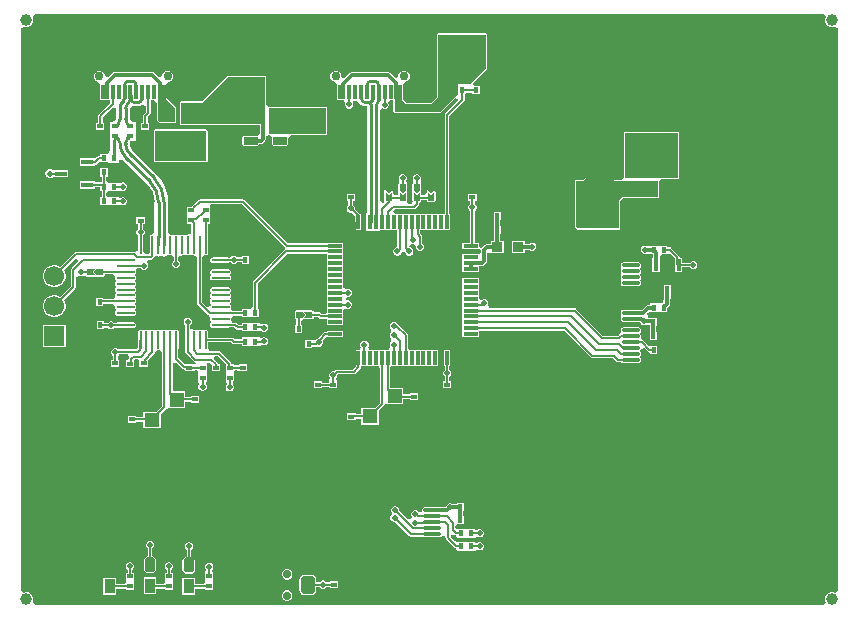
<source format=gtl>
G04*
G04 #@! TF.GenerationSoftware,Altium Limited,Altium Designer,23.8.1 (32)*
G04*
G04 Layer_Physical_Order=1*
G04 Layer_Color=255*
%FSLAX44Y44*%
%MOMM*%
G71*
G04*
G04 #@! TF.SameCoordinates,D96BB530-8D29-4B5F-9446-CCACF09A0524*
G04*
G04*
G04 #@! TF.FilePolarity,Positive*
G04*
G01*
G75*
%ADD10C,0.2000*%
G04:AMPARAMS|DCode=20|XSize=0.3mm|YSize=1.5mm|CornerRadius=0.075mm|HoleSize=0mm|Usage=FLASHONLY|Rotation=90.000|XOffset=0mm|YOffset=0mm|HoleType=Round|Shape=RoundedRectangle|*
%AMROUNDEDRECTD20*
21,1,0.3000,1.3500,0,0,90.0*
21,1,0.1500,1.5000,0,0,90.0*
1,1,0.1500,0.6750,0.0750*
1,1,0.1500,0.6750,-0.0750*
1,1,0.1500,-0.6750,-0.0750*
1,1,0.1500,-0.6750,0.0750*
%
%ADD20ROUNDEDRECTD20*%
%ADD21R,0.5000X0.4000*%
%ADD22R,0.8890X1.2700*%
G04:AMPARAMS|DCode=23|XSize=1.27mm|YSize=0.889mm|CornerRadius=0mm|HoleSize=0mm|Usage=FLASHONLY|Rotation=90.000|XOffset=0mm|YOffset=0mm|HoleType=Round|Shape=Octagon|*
%AMOCTAGOND23*
4,1,8,0.2223,0.6350,-0.2223,0.6350,-0.4445,0.4128,-0.4445,-0.4128,-0.2223,-0.6350,0.2223,-0.6350,0.4445,-0.4128,0.4445,0.4128,0.2223,0.6350,0.0*
%
%ADD23OCTAGOND23*%

G04:AMPARAMS|DCode=24|XSize=2mm|YSize=1.5mm|CornerRadius=0.375mm|HoleSize=0mm|Usage=FLASHONLY|Rotation=90.000|XOffset=0mm|YOffset=0mm|HoleType=Round|Shape=RoundedRectangle|*
%AMROUNDEDRECTD24*
21,1,2.0000,0.7500,0,0,90.0*
21,1,1.2500,1.5000,0,0,90.0*
1,1,0.7500,0.3750,0.6250*
1,1,0.7500,0.3750,-0.6250*
1,1,0.7500,-0.3750,-0.6250*
1,1,0.7500,-0.3750,0.6250*
%
%ADD24ROUNDEDRECTD24*%
G04:AMPARAMS|DCode=25|XSize=1.2mm|YSize=1.5mm|CornerRadius=0.3mm|HoleSize=0mm|Usage=FLASHONLY|Rotation=0.000|XOffset=0mm|YOffset=0mm|HoleType=Round|Shape=RoundedRectangle|*
%AMROUNDEDRECTD25*
21,1,1.2000,0.9000,0,0,0.0*
21,1,0.6000,1.5000,0,0,0.0*
1,1,0.6000,0.3000,-0.4500*
1,1,0.6000,-0.3000,-0.4500*
1,1,0.6000,-0.3000,0.4500*
1,1,0.6000,0.3000,0.4500*
%
%ADD25ROUNDEDRECTD25*%
G04:AMPARAMS|DCode=26|XSize=1.22mm|YSize=0.65mm|CornerRadius=0.0813mm|HoleSize=0mm|Usage=FLASHONLY|Rotation=180.000|XOffset=0mm|YOffset=0mm|HoleType=Round|Shape=RoundedRectangle|*
%AMROUNDEDRECTD26*
21,1,1.2200,0.4875,0,0,180.0*
21,1,1.0575,0.6500,0,0,180.0*
1,1,0.1625,-0.5288,0.2438*
1,1,0.1625,0.5288,0.2438*
1,1,0.1625,0.5288,-0.2438*
1,1,0.1625,-0.5288,-0.2438*
%
%ADD26ROUNDEDRECTD26*%
%ADD27R,1.8000X0.8500*%
%ADD28R,1.2000X1.3500*%
%ADD29O,1.5500X0.2500*%
%ADD30O,0.2500X1.5500*%
%ADD31R,0.4000X0.5000*%
%ADD32R,1.2000X0.3000*%
%ADD33R,0.3000X1.2000*%
%ADD34R,0.8890X0.8890*%
%ADD35R,0.4500X1.0000*%
%ADD36R,1.3000X1.2000*%
%ADD37R,1.0000X0.4500*%
%ADD38R,0.3000X1.1500*%
%ADD39R,0.2997X1.1481*%
G04:AMPARAMS|DCode=40|XSize=1.8mm|YSize=3mm|CornerRadius=0mm|HoleSize=0mm|Usage=FLASHONLY|Rotation=270.000|XOffset=0mm|YOffset=0mm|HoleType=Round|Shape=Octagon|*
%AMOCTAGOND40*
4,1,8,1.5000,0.4500,1.5000,-0.4500,1.0500,-0.9000,-1.0500,-0.9000,-1.5000,-0.4500,-1.5000,0.4500,-1.0500,0.9000,1.0500,0.9000,1.5000,0.4500,0.0*
%
%ADD40OCTAGOND40*%

%ADD41R,1.2000X0.6000*%
%ADD42R,2.1000X0.6000*%
%ADD43R,1.2190X0.9140*%
%ADD65C,1.0000*%
%ADD71C,0.7000*%
%ADD72C,0.2644*%
%AMCUSTOMSHAPE73*
4,1,5,0.2750,-0.2400,0.2750,0.2400,-0.2750,0.2400,-0.2750,-0.2400,0.0000,-0.5150,0.2750,-0.2400,0.0*%
%ADD73CUSTOMSHAPE73*%

%AMCUSTOMSHAPE74*
4,1,5,-0.2750,0.5250,-0.2750,-0.2400,0.2750,-0.2400,0.2750,0.5050,0.0100,0.2400,-0.2750,0.5250,0.0*%
%ADD74CUSTOMSHAPE74*%

%AMCUSTOMSHAPE75*
4,1,5,0.2400,0.2750,-0.2400,0.2750,-0.2400,-0.2750,0.2400,-0.2750,0.5150,0.0000,0.2400,0.2750,0.0*%
%ADD75CUSTOMSHAPE75*%

%AMCUSTOMSHAPE76*
4,1,5,-0.5250,-0.2750,0.2400,-0.2750,0.2400,0.2750,-0.5050,0.2750,-0.2400,0.0100,-0.5250,-0.2750,0.0*%
%ADD76CUSTOMSHAPE76*%

%AMCUSTOMSHAPE77*
4,1,5,-0.2400,-0.2750,0.2400,-0.2750,0.2400,0.2750,-0.2400,0.2750,-0.5150,0.0000,-0.2400,-0.2750,0.0*%
%ADD77CUSTOMSHAPE77*%

%AMCUSTOMSHAPE78*
4,1,5,0.5250,0.2750,-0.2400,0.2750,-0.2400,-0.2750,0.5050,-0.2750,0.2400,-0.0100,0.5250,0.2750,0.0*%
%ADD78CUSTOMSHAPE78*%

%ADD79C,0.3000*%
%ADD80C,0.5000*%
%ADD81C,1.7000*%
%ADD82R,1.7000X1.7000*%
%ADD83C,0.7500*%
%ADD84O,1.2000X2.0000*%
%ADD85O,1.2000X2.3000*%
%ADD86C,0.5000*%
G36*
X717246Y526670D02*
X716800Y525593D01*
Y523206D01*
X717713Y521001D01*
X719401Y519313D01*
X721607Y518400D01*
X723994D01*
X725020Y518825D01*
X727560Y517356D01*
Y41044D01*
X725020Y39575D01*
X723994Y40000D01*
X721607D01*
X719401Y39087D01*
X717713Y37399D01*
X716800Y35194D01*
Y32806D01*
X717238Y31750D01*
X715786Y29210D01*
X47314D01*
X45862Y31750D01*
X46300Y32806D01*
Y35194D01*
X45387Y37399D01*
X43699Y39087D01*
X41494Y40000D01*
X39107D01*
X38100Y39583D01*
X35560Y41064D01*
Y517336D01*
X38100Y518817D01*
X39107Y518400D01*
X41494D01*
X43699Y519313D01*
X45387Y521001D01*
X46300Y523206D01*
Y525593D01*
X45854Y526670D01*
X47294Y529210D01*
X715806D01*
X717246Y526670D01*
D02*
G37*
%LPC*%
G36*
X242500Y477082D02*
X210739D01*
X210728Y477078D01*
X210717Y477082D01*
X210347Y476920D01*
X209974Y476765D01*
X209969Y476754D01*
X209958Y476750D01*
X189539Y455482D01*
X172168Y455482D01*
X171300Y455482D01*
X171300Y455482D01*
X170535Y455165D01*
X170534Y455165D01*
X170435Y455065D01*
X170435Y455065D01*
X170118Y454300D01*
X170117Y454300D01*
X170118Y453432D01*
X170118Y438022D01*
X170117Y436841D01*
X170118Y436841D01*
X170200Y436642D01*
Y436427D01*
X170201Y436426D01*
X170352Y436275D01*
X170435Y436076D01*
X170634Y435993D01*
X170786Y435841D01*
X170886Y435800D01*
X170886Y435800D01*
X171101Y435800D01*
X171200Y435759D01*
X171200Y435759D01*
X171300Y435718D01*
X171300Y435718D01*
X172192Y435718D01*
X172192D01*
X172446Y435718D01*
X237851D01*
Y428439D01*
X237355Y427898D01*
X235408Y426685D01*
X224832D01*
X224125Y426545D01*
X223526Y426144D01*
X223125Y425545D01*
X222985Y424837D01*
Y419963D01*
X223125Y419255D01*
X223526Y418656D01*
X224125Y418255D01*
X224832Y418115D01*
X235408D01*
X236115Y418255D01*
X236714Y418656D01*
X237115Y419255D01*
X237201Y419688D01*
X238643D01*
X239618Y419882D01*
X240445Y420435D01*
X242202Y422192D01*
X242755Y423019D01*
X242949Y423995D01*
Y426202D01*
X245489Y427129D01*
X245913Y426954D01*
X246054Y426881D01*
X246283Y426726D01*
X247885Y424837D01*
X247885Y424378D01*
Y419963D01*
X248025Y419255D01*
X248426Y418656D01*
X249025Y418255D01*
X249732Y418115D01*
X260308D01*
X261015Y418255D01*
X261614Y418656D01*
X262015Y419255D01*
X262155Y419963D01*
Y424378D01*
X262155Y424837D01*
X263658Y426609D01*
X264134Y426918D01*
X294000D01*
X294765Y427235D01*
X295082Y428000D01*
Y450000D01*
X294765Y450765D01*
X294000Y451082D01*
X246122D01*
X246000Y451082D01*
X243582Y452432D01*
Y476000D01*
X243265Y476765D01*
X242500Y477082D01*
D02*
G37*
G36*
X160794Y481462D02*
X158904D01*
X157158Y480738D01*
X155822Y479402D01*
X155099Y477657D01*
Y476698D01*
X152644Y475560D01*
X148102Y480102D01*
X147275Y480655D01*
X146300Y480849D01*
X115500D01*
X114524Y480655D01*
X113698Y480102D01*
X109322Y475727D01*
X106799Y476796D01*
Y477657D01*
X106075Y479402D01*
X104739Y480738D01*
X102993Y481462D01*
X101104D01*
X99358Y480738D01*
X98022Y479402D01*
X97299Y477657D01*
Y475767D01*
X98022Y474021D01*
X99358Y472685D01*
X101104Y471962D01*
X102949Y470462D01*
X102949Y469422D01*
Y463952D01*
X102901Y463712D01*
X102949Y463471D01*
Y456962D01*
X110951D01*
X111461Y454633D01*
Y454345D01*
X101427Y444311D01*
X100985Y443650D01*
X100830Y442869D01*
Y437531D01*
X99369D01*
Y431531D01*
X106369D01*
Y437531D01*
X104908D01*
Y442024D01*
X113745Y450861D01*
X115749Y450126D01*
X116213Y449737D01*
Y440570D01*
X116201Y440558D01*
X114681Y438648D01*
X112961Y438531D01*
X111069D01*
Y432571D01*
X111069Y430031D01*
X111069Y427991D01*
Y423564D01*
X111069Y422031D01*
X111069D01*
X111092Y421034D01*
D01*
X111112Y421013D01*
Y414683D01*
X110499Y412169D01*
X108373Y411169D01*
X107959Y411169D01*
X102999D01*
Y409708D01*
X102169D01*
X101389Y409553D01*
X100727Y409111D01*
X100727Y409111D01*
X100040Y408424D01*
X98000Y407250D01*
Y407250D01*
X98000Y407250D01*
X86000D01*
Y400750D01*
X98000D01*
Y401961D01*
X98500D01*
X99280Y402116D01*
X99942Y402558D01*
X100723Y403340D01*
X102999Y404169D01*
Y404169D01*
X102999Y404169D01*
X108373Y404169D01*
X110499Y403169D01*
X111125Y403169D01*
X118499D01*
Y406077D01*
X121039Y406986D01*
X121728Y406147D01*
X121746Y406164D01*
X121746Y406164D01*
X142344Y385566D01*
X142470Y385482D01*
X145118Y382255D01*
X147156Y378442D01*
X148411Y374304D01*
X148821Y370150D01*
X148791Y370001D01*
Y344832D01*
X147000Y342794D01*
X146122Y342619D01*
X145378Y342122D01*
X144881Y341378D01*
X144706Y340500D01*
Y327500D01*
X143436Y326205D01*
X141298D01*
X139294Y328219D01*
Y340500D01*
X139119Y341378D01*
X139039Y341498D01*
Y342089D01*
X139967Y343017D01*
X140500Y344304D01*
Y345696D01*
X139967Y346983D01*
X139038Y347911D01*
Y351501D01*
X140499D01*
Y357501D01*
X133499D01*
Y351501D01*
X134960D01*
Y347910D01*
X134033Y346983D01*
X133500Y345696D01*
Y344304D01*
X134033Y343017D01*
X134961Y342089D01*
Y341498D01*
X134881Y341378D01*
X134706Y340500D01*
Y329251D01*
X134300Y328834D01*
X132306Y327896D01*
X132166Y327907D01*
X131500Y328039D01*
X82300D01*
X82300Y328039D01*
X81520Y327884D01*
X80858Y327442D01*
X80858Y327442D01*
X69126Y315710D01*
X67667Y316553D01*
X65251Y317200D01*
X62749D01*
X60333Y316553D01*
X58167Y315302D01*
X56398Y313533D01*
X55147Y311367D01*
X54500Y308951D01*
Y306449D01*
X55147Y304033D01*
X56398Y301867D01*
X58167Y300098D01*
X60333Y298847D01*
X62749Y298200D01*
X65251D01*
X67667Y298847D01*
X69833Y300098D01*
X71602Y301867D01*
X72853Y304033D01*
X73500Y306449D01*
Y308951D01*
X72853Y311367D01*
X72010Y312826D01*
X82148Y322965D01*
X83310Y322786D01*
X84196Y320079D01*
X78558Y314442D01*
X78116Y313780D01*
X77961Y313000D01*
Y299145D01*
X69126Y290310D01*
X67667Y291153D01*
X65251Y291800D01*
X62749D01*
X60333Y291153D01*
X58167Y289902D01*
X56398Y288133D01*
X55147Y285967D01*
X54500Y283551D01*
Y281049D01*
X55147Y278633D01*
X56398Y276467D01*
X58167Y274698D01*
X60333Y273447D01*
X62749Y272800D01*
X65251D01*
X67667Y273447D01*
X69833Y274698D01*
X71602Y276467D01*
X72853Y278633D01*
X73500Y281049D01*
Y283551D01*
X72853Y285967D01*
X72010Y287426D01*
X81442Y296858D01*
X81884Y297520D01*
X82039Y298300D01*
X82039Y298300D01*
Y306919D01*
X84517Y308033D01*
X85804Y307500D01*
X87196D01*
X88359Y307982D01*
X88600Y308008D01*
X91105Y307485D01*
X91870Y307168D01*
X99320D01*
X99995Y307447D01*
X100670Y307168D01*
X105470D01*
X106235Y307485D01*
X106552Y308250D01*
Y309211D01*
X113968D01*
X114653Y308353D01*
X115026Y307645D01*
X115631Y305372D01*
X115631Y305371D01*
X115635Y305364D01*
X115982Y303750D01*
X115635Y302136D01*
X115631Y302128D01*
X115456Y301250D01*
X115631Y300372D01*
X115635Y300364D01*
X115982Y298750D01*
X115635Y297136D01*
X115631Y297128D01*
X115456Y296250D01*
X115631Y295372D01*
X115635Y295364D01*
X115982Y293750D01*
X115635Y292136D01*
X115631Y292129D01*
X115631Y292128D01*
X115026Y289855D01*
X114653Y289147D01*
X113968Y288289D01*
X105499D01*
Y289499D01*
X99499D01*
Y282499D01*
X105499D01*
Y284211D01*
X113968D01*
X114653Y283353D01*
X115026Y282645D01*
X115631Y280372D01*
X115631Y280371D01*
X115635Y280364D01*
X115982Y278750D01*
X115635Y277136D01*
X115631Y277129D01*
X115631Y277128D01*
X115457Y276257D01*
X115456Y276250D01*
X115631Y275372D01*
Y275372D01*
X116128Y274628D01*
X116872Y274131D01*
X117750Y273956D01*
X130750D01*
X131628Y274131D01*
X132372Y274628D01*
X132870Y275372D01*
Y275372D01*
X133044Y276250D01*
X133043Y276257D01*
X132870Y277128D01*
X132869Y277129D01*
X132865Y277136D01*
X132518Y278750D01*
X132865Y280364D01*
X132869Y280372D01*
X133044Y281250D01*
X132870Y282128D01*
X132865Y282136D01*
X132518Y283750D01*
X132865Y285364D01*
X132869Y285372D01*
X133044Y286250D01*
X132870Y287128D01*
X132865Y287136D01*
X132518Y288750D01*
X132865Y290364D01*
X132869Y290372D01*
X133044Y291250D01*
X132870Y292128D01*
X132865Y292136D01*
X132518Y293750D01*
X132865Y295364D01*
X132869Y295372D01*
X133044Y296250D01*
X132870Y297128D01*
X132865Y297136D01*
X132518Y298750D01*
X132865Y300364D01*
X132869Y300372D01*
X133044Y301250D01*
X132870Y302128D01*
X132865Y302136D01*
X132518Y303750D01*
X132865Y305364D01*
X132869Y305372D01*
X133044Y306250D01*
X132870Y307128D01*
X132865Y307136D01*
X132518Y308750D01*
X132865Y310364D01*
X132869Y310371D01*
X132869Y310372D01*
X133043Y311243D01*
X133044Y311250D01*
X133015Y311397D01*
X133200Y312699D01*
X134219Y314461D01*
X137089D01*
X138017Y313533D01*
X139304Y313000D01*
X140696D01*
X141983Y313533D01*
X142967Y314517D01*
X143500Y315804D01*
Y317196D01*
X142967Y318483D01*
X142529Y318921D01*
X143297Y321444D01*
X143308Y321461D01*
X145500D01*
X146280Y321616D01*
X146942Y322058D01*
X148442Y323558D01*
X150257Y324256D01*
X151487Y324288D01*
X152000Y324186D01*
X153268Y324439D01*
X154500Y325076D01*
X155732Y324439D01*
X157000Y324186D01*
X158268Y324439D01*
X159343Y325157D01*
X160378Y325878D01*
X161122Y325381D01*
X162000Y325206D01*
X162421Y325290D01*
X164103Y324403D01*
X164961Y323717D01*
Y320911D01*
X164033Y319983D01*
X163500Y318696D01*
Y317304D01*
X164033Y316017D01*
X165017Y315033D01*
X166304Y314500D01*
X167696D01*
X168983Y315033D01*
X169967Y316017D01*
X170500Y317304D01*
Y318696D01*
X169967Y319983D01*
X169039Y320911D01*
Y323717D01*
X169897Y324403D01*
X170606Y324776D01*
X172878Y325381D01*
X172878Y325381D01*
X172885Y325385D01*
X174500Y325732D01*
X176114Y325385D01*
X176122Y325381D01*
X177000Y325206D01*
X177878Y325381D01*
X177886Y325385D01*
X179500Y325732D01*
X181115Y325385D01*
X181122Y325381D01*
X181122Y325381D01*
X183395Y324776D01*
X184103Y324403D01*
X184961Y323717D01*
Y285000D01*
X185116Y284220D01*
X185558Y283558D01*
X194308Y274808D01*
X194805Y274476D01*
X195128Y274060D01*
X195618Y273115D01*
X195777Y272694D01*
X195979Y271367D01*
X195956Y271250D01*
X195957Y271243D01*
X196131Y270372D01*
X196131Y270371D01*
X196135Y270364D01*
X196482Y268750D01*
X196135Y267136D01*
X196131Y267129D01*
X196131Y267128D01*
X195957Y266257D01*
X195956Y266250D01*
X196131Y265372D01*
Y265372D01*
X196628Y264628D01*
X197372Y264131D01*
X198250Y263956D01*
X211250D01*
X212128Y264131D01*
X212248Y264211D01*
X216405D01*
X217787Y262829D01*
X217787Y262829D01*
X218449Y262387D01*
X219229Y262232D01*
X219229Y262232D01*
X222501D01*
Y260771D01*
X228461D01*
X228501Y260771D01*
X231001Y260771D01*
X231041Y260771D01*
X237001D01*
Y260771D01*
X239517Y261033D01*
X240804Y260500D01*
X242196D01*
X243483Y261033D01*
X244467Y262017D01*
X245000Y263304D01*
Y264696D01*
X244467Y265983D01*
X243483Y266967D01*
X242196Y267500D01*
X240804D01*
X239517Y266967D01*
X237001Y267771D01*
Y267771D01*
X231041D01*
X231001Y267771D01*
X228501Y267771D01*
X228461Y267771D01*
X222501D01*
Y266583D01*
X219961Y266423D01*
X218692Y267692D01*
X218030Y268134D01*
X217250Y268289D01*
X215033D01*
X214347Y269147D01*
X213460Y270829D01*
X213544Y271250D01*
X213460Y271671D01*
X214347Y273353D01*
X215033Y274211D01*
X222501D01*
Y272771D01*
X228461D01*
X228501Y272771D01*
X231001Y272771D01*
X231041Y272771D01*
X237001D01*
Y279771D01*
X236040D01*
Y301156D01*
X261345Y326461D01*
X292151D01*
X294500Y326000D01*
X294500Y323460D01*
Y316000D01*
X294500D01*
Y311000D01*
Y301000D01*
X294500D01*
Y293540D01*
X294500Y291000D01*
X294500Y288460D01*
Y281000D01*
X294500Y276000D01*
X292151Y275539D01*
X290345D01*
X289442Y276442D01*
X288780Y276884D01*
X288000Y277039D01*
X283482D01*
Y277750D01*
X283165Y278515D01*
X282400Y278832D01*
X274950D01*
X274275Y278553D01*
X273600Y278832D01*
X268800D01*
X268035Y278515D01*
X267718Y277750D01*
Y272250D01*
X268035Y271485D01*
X268800Y271168D01*
X268960D01*
Y266499D01*
X267999D01*
Y259499D01*
X273999D01*
Y266499D01*
X273038D01*
Y269224D01*
X274750Y271168D01*
X274750Y271168D01*
X282400D01*
X283165Y271485D01*
X283482Y272250D01*
Y272961D01*
X287155D01*
X288058Y272058D01*
X288058Y272058D01*
X288720Y271616D01*
X289500Y271461D01*
X294500D01*
Y266000D01*
X308500D01*
Y271000D01*
X308500Y275578D01*
X308500Y278958D01*
X309274Y279562D01*
X311040Y280316D01*
X311804Y280000D01*
X313196D01*
X314483Y280533D01*
X315467Y281517D01*
X316000Y282804D01*
Y284196D01*
X315467Y285483D01*
X314483Y286467D01*
X313196Y287000D01*
X311804D01*
X310065Y288500D01*
X311711Y289920D01*
X311843Y290000D01*
X313196D01*
X314483Y290533D01*
X315467Y291517D01*
X316000Y292804D01*
Y294196D01*
X315467Y295483D01*
X314483Y296467D01*
X313196Y297000D01*
X311804D01*
X311040Y296684D01*
X309274Y297438D01*
X308500Y298042D01*
Y301000D01*
X308500D01*
Y306000D01*
Y316000D01*
X308500D01*
Y321000D01*
X308500Y325917D01*
X308500Y328540D01*
Y336000D01*
X294500D01*
Y335539D01*
X261845D01*
X225442Y371942D01*
X224780Y372384D01*
X224000Y372539D01*
X187000D01*
X186220Y372384D01*
X185558Y371942D01*
X180116Y366500D01*
X176500D01*
Y360540D01*
X176500Y360500D01*
X176500Y358000D01*
X176500Y357960D01*
Y352000D01*
X179961D01*
Y344282D01*
X179103Y343597D01*
X178395Y343224D01*
X176122Y342620D01*
X176122Y342619D01*
X176115Y342615D01*
X174500Y342268D01*
X172886Y342615D01*
X172878Y342619D01*
X172000Y342794D01*
X171122Y342620D01*
X171114Y342615D01*
X169500Y342268D01*
X167886Y342615D01*
X167878Y342619D01*
X167000Y342794D01*
X166122Y342620D01*
X166114Y342615D01*
X164500Y342268D01*
X162885Y342615D01*
X162878Y342619D01*
X162878Y342619D01*
X160859Y344092D01*
X160209Y344832D01*
Y370046D01*
X160247D01*
X159836Y375265D01*
X158614Y380355D01*
X156611Y385191D01*
X153876Y389655D01*
X150476Y393635D01*
X150476Y393635D01*
X148653Y395405D01*
X129829Y414228D01*
X129828Y414230D01*
X128666Y415743D01*
X127936Y417507D01*
X127916Y417658D01*
X127745Y419608D01*
X128201Y421316D01*
X128439Y421892D01*
X130921Y422031D01*
X132769D01*
Y427991D01*
X132769Y430531D01*
X132769Y432571D01*
Y438531D01*
X130881D01*
X129179Y438645D01*
X127643Y440549D01*
X127631Y440560D01*
Y449636D01*
X127633Y449639D01*
X128000Y449921D01*
X129447Y451807D01*
X130216Y451489D01*
X131835Y451276D01*
X131950Y451253D01*
X134950D01*
X135065Y451276D01*
X136684Y451489D01*
X138301Y452158D01*
X138870Y452595D01*
X141402Y451516D01*
X141410Y451508D01*
Y446794D01*
X139529Y444913D01*
X139087Y444251D01*
X138932Y443471D01*
Y437531D01*
X137471D01*
Y431531D01*
X144471D01*
Y437531D01*
X143010D01*
Y442626D01*
X144892Y444508D01*
X145334Y445169D01*
X145489Y445950D01*
X145489Y445950D01*
Y454624D01*
X145948Y456958D01*
X145949D01*
X145951Y456972D01*
X148438D01*
X150970Y454441D01*
X150923Y439902D01*
X150924Y439902D01*
X150923Y439901D01*
X151084Y439511D01*
X151238Y439136D01*
X151239Y439136D01*
X151239Y439135D01*
X153032Y437336D01*
X153033Y437336D01*
X153034Y437335D01*
X153421Y437174D01*
X153797Y437018D01*
X153798Y437018D01*
X153799Y437018D01*
X166000D01*
X166765Y437335D01*
X167082Y438100D01*
Y449900D01*
X167083Y449900D01*
X166765Y450665D01*
X166765Y450665D01*
X158949Y458481D01*
Y469422D01*
X158949Y470487D01*
X159600Y471007D01*
X160872Y471994D01*
X162540Y472685D01*
X163876Y474021D01*
X164599Y475767D01*
Y477657D01*
X163876Y479402D01*
X162540Y480738D01*
X160794Y481462D01*
D02*
G37*
G36*
X429500Y513082D02*
X389000D01*
X388235Y512765D01*
X387918Y512000D01*
Y459448D01*
X383052Y454582D01*
X361948D01*
X359179Y457351D01*
Y463503D01*
X359229Y463753D01*
X359179Y464002D01*
Y469422D01*
X359179Y470487D01*
X359830Y471007D01*
X361102Y471994D01*
X362770Y472685D01*
X364106Y474021D01*
X364829Y475767D01*
Y477657D01*
X364106Y479402D01*
X362770Y480738D01*
X361024Y481462D01*
X359134D01*
X357388Y480738D01*
X356052Y479402D01*
X355329Y477657D01*
Y476368D01*
X353574Y475285D01*
X352982Y475123D01*
X348302Y479802D01*
X347476Y480355D01*
X346500Y480549D01*
X316000D01*
X315025Y480355D01*
X314198Y479802D01*
X309375Y474980D01*
X308307Y475338D01*
X307029Y476226D01*
Y477657D01*
X306306Y479402D01*
X304969Y480738D01*
X303223Y481462D01*
X301334D01*
X299588Y480738D01*
X298252Y479402D01*
X297529Y477657D01*
Y475767D01*
X298252Y474021D01*
X299588Y472685D01*
X301334Y471962D01*
X303179Y470462D01*
X303179Y469422D01*
Y463952D01*
X303131Y463712D01*
X303179Y463471D01*
Y456962D01*
X308920D01*
X309508Y456241D01*
X310301Y454422D01*
X310000Y453696D01*
Y452304D01*
X310533Y451017D01*
X311517Y450033D01*
X312804Y449500D01*
X314196D01*
X315483Y450033D01*
X316467Y451017D01*
X317000Y452304D01*
Y453696D01*
X316798Y454185D01*
X318093Y456352D01*
X320180Y455962D01*
X321790Y454089D01*
X322443Y453238D01*
X323830Y452174D01*
X325447Y451504D01*
X327066Y451291D01*
X327181Y451268D01*
X328291D01*
Y361500D01*
X328000D01*
Y345500D01*
X340000D01*
Y346500D01*
X349000Y346500D01*
X351540Y346500D01*
X354461D01*
Y332000D01*
X353804D01*
X352517Y331467D01*
X351533Y330483D01*
X351000Y329196D01*
Y327804D01*
X351533Y326517D01*
X352517Y325533D01*
X353804Y325000D01*
X355196D01*
X356483Y325533D01*
X357467Y326517D01*
X357852Y327446D01*
X359571Y327995D01*
X360540Y328113D01*
X361000Y327804D01*
X361533Y326517D01*
X362517Y325533D01*
X363804Y325000D01*
X365196D01*
X366483Y325533D01*
X367467Y326517D01*
X368000Y327804D01*
Y329196D01*
X367467Y330483D01*
X366483Y331467D01*
X365196Y332000D01*
X364680Y333380D01*
X366783Y335009D01*
X366804Y335000D01*
X368196D01*
X370000Y333196D01*
Y331804D01*
X370533Y330517D01*
X371517Y329533D01*
X372804Y329000D01*
X374196D01*
X375483Y329533D01*
X376467Y330517D01*
X377000Y331804D01*
Y333196D01*
X376467Y334483D01*
X375539Y335411D01*
Y341000D01*
X375384Y341780D01*
X374942Y342442D01*
X373539Y343845D01*
Y346500D01*
X379000Y346500D01*
X381540Y346500D01*
X399000D01*
Y360500D01*
X398539D01*
Y443155D01*
X410942Y455558D01*
X410942Y455558D01*
X411384Y456220D01*
X411539Y457000D01*
Y461499D01*
X412499D01*
Y462960D01*
X417999D01*
Y461499D01*
X423999D01*
Y468499D01*
X419622D01*
X418570Y471039D01*
X430265Y482735D01*
X430582Y483500D01*
Y512000D01*
X430265Y512765D01*
X429500Y513082D01*
D02*
G37*
G36*
X192800Y431782D02*
X149200D01*
X148435Y431465D01*
X148118Y430700D01*
Y405000D01*
X148435Y404235D01*
X149200Y403918D01*
X191832Y403918D01*
X192700Y403918D01*
X192700Y403918D01*
X193465Y404235D01*
X193465Y404235D01*
X193565Y404334D01*
X193565Y404335D01*
X193882Y405100D01*
X193883Y405100D01*
X193882Y405968D01*
X193882Y430700D01*
X193565Y431465D01*
X192800Y431782D01*
D02*
G37*
G36*
X60696Y398000D02*
X59304D01*
X58017Y397467D01*
X57033Y396483D01*
X56500Y395196D01*
Y393804D01*
X57033Y392517D01*
X58017Y391533D01*
X59304Y391000D01*
X60696D01*
X60856Y391066D01*
X63320Y391250D01*
X63320Y391250D01*
X63320Y391250D01*
X75320D01*
Y397750D01*
X63320D01*
X63320Y397750D01*
X60856Y397934D01*
X60696Y398000D01*
D02*
G37*
G36*
X592000Y429582D02*
X547000D01*
X546235Y429265D01*
X545918Y428500D01*
Y391622D01*
X545918Y391000D01*
X544068Y389082D01*
X544068Y389082D01*
X537726D01*
X535808Y391000D01*
X513808D01*
X511890Y389082D01*
X506000D01*
X505235Y388765D01*
X504918Y388000D01*
Y349000D01*
X504917Y349000D01*
X505235Y348235D01*
X505235Y348234D01*
X506234Y347235D01*
X506235Y347235D01*
X506390Y347170D01*
X507000Y346918D01*
X542000D01*
X542765Y347235D01*
X543082Y348000D01*
Y371552D01*
X545448Y373918D01*
X575000D01*
X575765Y374235D01*
X576082Y375000D01*
Y387378D01*
X576082Y388000D01*
X577932Y389918D01*
X577932Y389918D01*
X592000D01*
X592765Y390235D01*
X593082Y391000D01*
Y428500D01*
X592765Y429265D01*
X592000Y429582D01*
D02*
G37*
G36*
X108999Y398946D02*
X102999D01*
Y391946D01*
X103960D01*
Y387148D01*
X103828Y387039D01*
X98000D01*
Y388250D01*
X86000D01*
Y381750D01*
X98000D01*
Y382961D01*
X102999D01*
Y379724D01*
X103960D01*
Y374501D01*
X102999D01*
Y367501D01*
X108959D01*
X108999Y367501D01*
X111499Y367501D01*
X111539Y367501D01*
X117499D01*
Y367501D01*
X120017Y368033D01*
X121304Y367500D01*
X122696D01*
X123983Y368033D01*
X124967Y369017D01*
X125500Y370304D01*
Y371696D01*
X124967Y372983D01*
X123983Y373967D01*
X122696Y374500D01*
X121304D01*
X120017Y373967D01*
X117499Y374501D01*
Y374501D01*
X111539D01*
X111499Y374501D01*
X108999Y374501D01*
X108038Y376659D01*
Y377565D01*
X108050Y377592D01*
X110578Y379724D01*
X111499D01*
X111539Y379724D01*
X117499D01*
Y379724D01*
X120017Y380533D01*
X121304Y380000D01*
X122696D01*
X123983Y380533D01*
X124967Y381517D01*
X125500Y382804D01*
Y384196D01*
X124967Y385483D01*
X123983Y386467D01*
X122696Y387000D01*
X121304D01*
X120017Y386467D01*
X117499Y386724D01*
X117499Y386724D01*
X111539D01*
X111499Y386724D01*
X108999Y386724D01*
X108038Y388882D01*
Y391946D01*
X108999D01*
Y398946D01*
D02*
G37*
G36*
X318499Y377501D02*
X311499D01*
Y371501D01*
X312960D01*
Y367910D01*
X312033Y366983D01*
X311500Y365696D01*
Y364304D01*
X312033Y363017D01*
X313017Y362033D01*
X314304Y361500D01*
X315616D01*
X318961Y358155D01*
Y354000D01*
X319000Y353803D01*
Y346500D01*
X324000D01*
Y360500D01*
X322384D01*
X318500Y364384D01*
Y365696D01*
X317967Y366983D01*
X317038Y367911D01*
Y371501D01*
X318499D01*
Y377501D01*
D02*
G37*
G36*
X574501Y333501D02*
X574461Y333501D01*
X568501D01*
Y333501D01*
X565983Y332967D01*
X564696Y333500D01*
X563304D01*
X562017Y332967D01*
X561033Y331983D01*
X560500Y330696D01*
Y329304D01*
X561033Y328017D01*
X562017Y327033D01*
X563304Y326500D01*
X564696D01*
X565983Y327033D01*
X568501Y326501D01*
D01*
X570951Y326284D01*
Y322930D01*
X570250D01*
Y310930D01*
X576750D01*
Y322930D01*
X576750D01*
X576655Y324104D01*
X578532Y326430D01*
X578652Y326501D01*
X583001D01*
Y326501D01*
X585541Y326575D01*
X589250Y322866D01*
Y310930D01*
X595750D01*
Y314961D01*
X602089D01*
X603017Y314033D01*
X604304Y313500D01*
X605696D01*
X606983Y314033D01*
X607967Y315017D01*
X608500Y316304D01*
Y317696D01*
X607967Y318983D01*
X606983Y319967D01*
X605696Y320500D01*
X604304D01*
X603017Y319967D01*
X602089Y319039D01*
X595750D01*
Y322930D01*
X593578D01*
Y323461D01*
X593423Y324242D01*
X592981Y324903D01*
X592980Y324903D01*
X586441Y331443D01*
X585779Y331885D01*
X584999Y332040D01*
X583001D01*
Y333501D01*
X577041D01*
X577001Y333501D01*
X575751D01*
X574501Y333501D01*
D02*
G37*
G36*
X462335Y337715D02*
X451445D01*
Y326825D01*
X462335D01*
Y329721D01*
X466329D01*
X466517Y329533D01*
X467804Y329000D01*
X469196D01*
X470483Y329533D01*
X471467Y330517D01*
X472000Y331804D01*
Y333196D01*
X471467Y334483D01*
X470483Y335467D01*
X469196Y336000D01*
X467804D01*
X466517Y335467D01*
X465869Y334819D01*
X462335D01*
Y337715D01*
D02*
G37*
G36*
X421499Y377501D02*
X414499D01*
Y371501D01*
X415960D01*
Y368910D01*
X415033Y367983D01*
X414500Y366696D01*
Y365304D01*
X415033Y364017D01*
X415961Y363089D01*
Y336000D01*
X409500D01*
Y331000D01*
X421303D01*
X423060Y331000D01*
X424092Y330568D01*
X425185Y329772D01*
X425185Y329164D01*
X425185Y327228D01*
X423500Y326000D01*
X409500D01*
Y316000D01*
X409500D01*
X409500Y316000D01*
Y311000D01*
X416254D01*
X416500Y310951D01*
X416746Y311000D01*
X423500D01*
Y315951D01*
X426000D01*
X426976Y316145D01*
X427802Y316698D01*
X429802Y318698D01*
X430355Y319524D01*
X430549Y320500D01*
Y327158D01*
X431125Y327680D01*
X433665Y326825D01*
Y326825D01*
X444555D01*
Y337715D01*
X441659D01*
Y343001D01*
X442001D01*
Y350001D01*
X441550D01*
Y355001D01*
X442001D01*
Y362001D01*
X436001D01*
Y355001D01*
X436452D01*
Y350001D01*
X436001D01*
Y343001D01*
X436561D01*
Y337715D01*
X433665D01*
Y334819D01*
X430270D01*
X429295Y334625D01*
X428468Y334072D01*
X426414Y332019D01*
X426198Y331802D01*
X426183Y331793D01*
X426004Y331688D01*
X425984Y331678D01*
X423612Y332505D01*
X423500Y332956D01*
X423500Y332956D01*
X423500Y333358D01*
Y336000D01*
X420039D01*
Y363089D01*
X420967Y364017D01*
X421500Y365304D01*
Y366696D01*
X420967Y367983D01*
X420038Y368911D01*
Y371501D01*
X421499D01*
Y377501D01*
D02*
G37*
G36*
X558820Y319244D02*
X545320D01*
X544637Y319109D01*
X544058Y318722D01*
X543671Y318143D01*
X543536Y317460D01*
Y315960D01*
X543671Y315277D01*
X544058Y314698D01*
Y313722D01*
X543671Y313143D01*
X543536Y312460D01*
Y310960D01*
X543671Y310277D01*
X544058Y309698D01*
Y308722D01*
X543671Y308143D01*
X543536Y307460D01*
Y305960D01*
X543671Y305277D01*
X544058Y304698D01*
Y303722D01*
X543671Y303143D01*
X543536Y302460D01*
Y300960D01*
X543671Y300277D01*
X544058Y299698D01*
X544637Y299312D01*
X545320Y299176D01*
X558820D01*
X559503Y299312D01*
X560082Y299698D01*
X560468Y300277D01*
X560604Y300960D01*
Y302460D01*
X560468Y303143D01*
X560082Y303722D01*
Y304698D01*
X560468Y305277D01*
X560604Y305960D01*
Y307460D01*
X560468Y308143D01*
X560082Y308722D01*
Y309698D01*
X560468Y310277D01*
X560604Y310960D01*
Y312460D01*
X560468Y313143D01*
X560082Y313722D01*
Y314698D01*
X560468Y315277D01*
X560604Y315960D01*
Y317460D01*
X560468Y318143D01*
X560082Y318722D01*
X559503Y319109D01*
X558820Y319244D01*
D02*
G37*
G36*
X586250Y300250D02*
X579750D01*
Y288250D01*
X579750D01*
X579467Y285827D01*
X578141Y284501D01*
X577041D01*
X577001Y284501D01*
X574501Y284501D01*
X574461Y284501D01*
X568501D01*
Y283368D01*
X566819D01*
X565843Y283174D01*
X565017Y282621D01*
X561654Y279259D01*
X552070D01*
X551996Y279244D01*
X545320D01*
X544637Y279109D01*
X544058Y278722D01*
X543671Y278143D01*
X543536Y277460D01*
Y275960D01*
X543671Y275277D01*
X544058Y274698D01*
Y273722D01*
X543671Y273143D01*
X543536Y272460D01*
Y270960D01*
X543671Y270277D01*
X544058Y269698D01*
X544637Y269312D01*
X545320Y269176D01*
X551996D01*
X552070Y269161D01*
X559693D01*
X560000Y268854D01*
Y268804D01*
X560533Y267517D01*
X561517Y266533D01*
X562804Y266000D01*
X564196D01*
X565483Y266533D01*
X565712Y266762D01*
X568252Y266494D01*
Y265501D01*
X568703D01*
Y260501D01*
X568252D01*
Y253501D01*
X574252D01*
Y260501D01*
X573801D01*
Y265501D01*
X574252D01*
Y272501D01*
X568252D01*
Y272501D01*
X567172Y272389D01*
X566215Y273330D01*
X566181Y276576D01*
X566296Y276691D01*
X568501Y277501D01*
Y277501D01*
X574461D01*
X574501Y277501D01*
X577001Y277501D01*
X577041Y277501D01*
X583001D01*
Y280396D01*
X584802Y282198D01*
X585355Y283025D01*
X585549Y284000D01*
Y288250D01*
X586250D01*
Y300250D01*
D02*
G37*
G36*
X112696Y269500D02*
X111304D01*
X110017Y268967D01*
X109089Y268038D01*
X105769D01*
Y269499D01*
X99769D01*
Y262499D01*
X105769D01*
Y263960D01*
X109090D01*
X110017Y263033D01*
X111304Y262500D01*
X112696D01*
X113983Y263033D01*
X114967Y264017D01*
X116872Y264131D01*
X117750Y263956D01*
X130750D01*
X131628Y264131D01*
X132372Y264628D01*
X132869Y265372D01*
X133044Y266250D01*
X132869Y267128D01*
X132372Y267872D01*
X131628Y268369D01*
X130750Y268544D01*
X117750D01*
X116872Y268369D01*
X116752Y268289D01*
X114661D01*
X113983Y268967D01*
X112696Y269500D01*
D02*
G37*
G36*
X308500Y261000D02*
X294500D01*
Y260539D01*
X293500D01*
X292720Y260384D01*
X292058Y259942D01*
X292058Y259942D01*
X287132Y255016D01*
X287052Y254896D01*
X286017Y254467D01*
X285039Y253489D01*
X282499Y253499D01*
Y253499D01*
X276499D01*
Y246499D01*
X282499D01*
Y247960D01*
X285687D01*
X286468Y248115D01*
X286681Y248258D01*
X287304Y248000D01*
X288696D01*
X289983Y248533D01*
X290967Y249517D01*
X291500Y250804D01*
Y252196D01*
X291084Y253200D01*
X292523Y254640D01*
X294500Y256000D01*
X308500D01*
Y261000D01*
D02*
G37*
G36*
X73500Y266400D02*
X54500D01*
Y247400D01*
X73500D01*
Y266400D01*
D02*
G37*
G36*
X352196Y269000D02*
X350804D01*
X349517Y268467D01*
X348533Y267483D01*
X348000Y266196D01*
Y264804D01*
X348533Y263517D01*
X349034Y263016D01*
X349322Y261500D01*
X349034Y259984D01*
X348533Y259483D01*
X348000Y258196D01*
Y256804D01*
X348533Y255517D01*
X349034Y255016D01*
X349322Y253500D01*
X349034Y251984D01*
X348533Y251483D01*
X348000Y250196D01*
Y248804D01*
X348316Y248040D01*
X347562Y246274D01*
X346958Y245500D01*
X344000Y245500D01*
Y245500D01*
X339000Y245500D01*
X336460Y245500D01*
X331042D01*
X330438Y246274D01*
X329684Y248040D01*
X330000Y248804D01*
Y250196D01*
X329467Y251483D01*
X328483Y252467D01*
X327196Y253000D01*
X325804D01*
X324517Y252467D01*
X323533Y251483D01*
X323000Y250196D01*
Y248804D01*
X323316Y248040D01*
X322562Y246274D01*
X321958Y245500D01*
X319000D01*
Y231500D01*
X317640Y229524D01*
X316655Y228539D01*
X303000D01*
X303000Y228539D01*
X302220Y228384D01*
X301558Y227942D01*
X301558Y227942D01*
X300616Y227000D01*
X299304D01*
X298017Y226467D01*
X297033Y225483D01*
X296500Y224196D01*
Y222804D01*
X297033Y221517D01*
X297511Y221039D01*
X296874Y218499D01*
X296501D01*
Y217538D01*
X290501D01*
Y218499D01*
X283501D01*
Y212499D01*
X290501D01*
Y213460D01*
X296501D01*
Y212499D01*
X303501D01*
Y218499D01*
X303124D01*
X302489Y221039D01*
X302967Y221517D01*
X303500Y222804D01*
Y224116D01*
X303845Y224461D01*
X317500D01*
X318280Y224616D01*
X318942Y225058D01*
X322942Y229058D01*
X322942Y229058D01*
X323384Y229720D01*
X323539Y230500D01*
Y231500D01*
X336460D01*
X339000Y231500D01*
X339461Y229151D01*
Y200345D01*
X335116Y196000D01*
X323500D01*
Y191039D01*
X318999D01*
Y191501D01*
X311999D01*
Y185501D01*
X318999D01*
Y186961D01*
X323500D01*
Y182000D01*
X338500D01*
Y193616D01*
X342523Y197640D01*
X344500Y199000D01*
X345832Y199000D01*
X359500D01*
Y203460D01*
X365001D01*
Y202499D01*
X372001D01*
Y208499D01*
X365001D01*
Y207538D01*
X359500D01*
Y213000D01*
X348539D01*
Y229151D01*
X349000Y231500D01*
X351540Y231500D01*
X354000D01*
Y231500D01*
X364000Y231500D01*
X366540Y231500D01*
X376460D01*
X379000Y231500D01*
X381540Y231500D01*
X389000D01*
Y245500D01*
X379000Y245500D01*
X376460Y245500D01*
X366540D01*
X364000Y245500D01*
X363539Y247849D01*
Y257500D01*
X363539Y257500D01*
X363384Y258280D01*
X362942Y258942D01*
X355516Y266368D01*
X354854Y266810D01*
X354736Y266833D01*
X354467Y267483D01*
X353483Y268467D01*
X352196Y269000D01*
D02*
G37*
G36*
X423500Y306000D02*
X409500D01*
Y303540D01*
X409500Y301000D01*
X409500Y298460D01*
Y293540D01*
X409500Y291000D01*
X409500Y288460D01*
Y276000D01*
X409500D01*
X409500Y276000D01*
Y268540D01*
X409500Y266000D01*
X409500D01*
Y266000D01*
X409500D01*
Y256000D01*
X423500D01*
Y261461D01*
X495321D01*
X518014Y238768D01*
X518675Y238326D01*
X519456Y238171D01*
X537154D01*
X540057Y235268D01*
X540719Y234826D01*
X541499Y234671D01*
X541499Y234671D01*
X544100D01*
X544637Y234312D01*
X545320Y234176D01*
X558820D01*
X559503Y234312D01*
X560082Y234698D01*
X560468Y235277D01*
X560604Y235960D01*
Y237460D01*
X560468Y238143D01*
X560082Y238722D01*
Y239698D01*
X560468Y240277D01*
X560604Y240960D01*
Y242460D01*
X560468Y243143D01*
X560150Y243619D01*
X560824Y246048D01*
X563144Y246972D01*
X566231Y243886D01*
X566892Y243444D01*
X567672Y243288D01*
X568501Y241501D01*
X574501D01*
Y248501D01*
X568501D01*
Y248501D01*
X567710Y248173D01*
X562732Y253152D01*
X562297Y253442D01*
X560973Y254771D01*
X560604Y255960D01*
Y257460D01*
X560468Y258143D01*
X560082Y258722D01*
Y259698D01*
X560468Y260277D01*
X560604Y260960D01*
Y262460D01*
X560468Y263143D01*
X560082Y263722D01*
X559503Y264109D01*
X558820Y264244D01*
X545320D01*
X544637Y264109D01*
X544058Y263722D01*
X543671Y263143D01*
X543536Y262460D01*
Y261135D01*
X543536Y260960D01*
X543541Y260632D01*
X543549Y260108D01*
X542138Y258159D01*
X542128Y258152D01*
X541225Y257249D01*
X528635D01*
X505942Y279942D01*
X505280Y280384D01*
X504500Y280539D01*
X432581D01*
X431994Y281259D01*
X431200Y283079D01*
X431500Y283804D01*
Y285196D01*
X430967Y286483D01*
X429983Y287467D01*
X428696Y288000D01*
X427304D01*
X426017Y287467D01*
X423500Y288542D01*
X423500Y291000D01*
X423500Y293540D01*
Y298460D01*
X423500Y301000D01*
X423500Y303540D01*
Y306000D01*
D02*
G37*
G36*
X177696Y272500D02*
X176304D01*
X175017Y271967D01*
X174033Y270983D01*
X173500Y269696D01*
Y268304D01*
X174033Y267017D01*
X174961Y266089D01*
Y260998D01*
X174881Y260878D01*
X174706Y260000D01*
Y247000D01*
X174881Y246122D01*
X174961Y246002D01*
Y243500D01*
X175116Y242720D01*
X175558Y242058D01*
X182058Y235558D01*
X182720Y235116D01*
X183702Y233022D01*
X183708Y232963D01*
X181501Y232999D01*
Y232999D01*
X174501D01*
X174501Y232999D01*
Y232999D01*
X172750Y234634D01*
X169039Y238345D01*
Y246002D01*
X169119Y246122D01*
X169294Y247000D01*
Y260000D01*
X169119Y260878D01*
X168622Y261622D01*
X167878Y262120D01*
X167878D01*
X167000Y262294D01*
X166993Y262293D01*
X166122Y262120D01*
X166122Y262119D01*
X166115Y262115D01*
X164500Y261768D01*
X162886Y262115D01*
X162878Y262119D01*
X162000Y262294D01*
X161122Y262120D01*
X161114Y262115D01*
X159500Y261768D01*
X157886Y262115D01*
X157878Y262119D01*
X157000Y262294D01*
X156122Y262120D01*
X156114Y262115D01*
X154500Y261768D01*
X152886Y262115D01*
X152878Y262119D01*
X152000Y262294D01*
X151122Y262120D01*
X151114Y262115D01*
X149500Y261768D01*
X147886Y262115D01*
X147879Y262119D01*
X147878Y262120D01*
X147007Y262293D01*
X147000Y262294D01*
X146122Y262120D01*
X146122D01*
X146115Y262115D01*
X146115D01*
X145320Y261622D01*
X143680D01*
X142885Y262115D01*
X142878Y262119D01*
X142000Y262294D01*
X141122Y262119D01*
X141115Y262115D01*
X140320Y261622D01*
X138680D01*
X137885Y262115D01*
X137878Y262119D01*
X137000Y262294D01*
X136122Y262119D01*
X135378Y261622D01*
X134881Y260878D01*
X134706Y260000D01*
Y247000D01*
X132503Y245539D01*
X117911D01*
X117483Y245967D01*
X116196Y246500D01*
X114804D01*
X113517Y245967D01*
X112533Y244983D01*
X112000Y243696D01*
Y242304D01*
X112533Y241017D01*
X113462Y240089D01*
Y236999D01*
X112001D01*
Y230999D01*
X119001D01*
Y236999D01*
X117540D01*
Y240090D01*
X118467Y241017D01*
X118651Y241461D01*
X126485D01*
X127537Y238921D01*
X127314Y238698D01*
X126872Y238037D01*
X126717Y237256D01*
Y236501D01*
X124269D01*
Y230501D01*
X131269D01*
Y236501D01*
X133412Y237461D01*
X133745D01*
X135999Y236771D01*
X135999Y235483D01*
Y230771D01*
X142999D01*
Y236615D01*
X148442Y242058D01*
X148442Y242058D01*
X148884Y242720D01*
X148990Y243251D01*
X149863Y243918D01*
X151579Y244790D01*
X152000Y244706D01*
X152421Y244790D01*
X154103Y243902D01*
X154961Y243218D01*
Y197345D01*
X150616Y193000D01*
X139000D01*
Y188539D01*
X133500D01*
Y189500D01*
X126500D01*
Y183500D01*
X133500D01*
Y184461D01*
X139000D01*
Y179000D01*
X154000D01*
Y190616D01*
X158024Y194640D01*
X158963Y195287D01*
X160330Y195885D01*
X161332Y196000D01*
X175000D01*
Y201461D01*
X179500D01*
Y200500D01*
X186500D01*
Y206500D01*
X179500D01*
Y205539D01*
X175000D01*
Y210000D01*
X164039D01*
Y233985D01*
X166579Y235037D01*
X172437Y229179D01*
X172438Y229179D01*
X173099Y228736D01*
X173880Y228581D01*
X174501Y226999D01*
X181501D01*
Y227018D01*
X184041Y227872D01*
X186001Y226999D01*
Y224499D01*
X186001Y224459D01*
Y218499D01*
X186001D01*
X186533Y215983D01*
X186000Y214696D01*
Y213304D01*
X186533Y212017D01*
X187517Y211033D01*
X188804Y210500D01*
X190196D01*
X191483Y211033D01*
X192467Y212017D01*
X193000Y213304D01*
Y214696D01*
X192467Y215983D01*
X193001Y218499D01*
X193001D01*
Y224459D01*
X193001Y224499D01*
Y226999D01*
X193001Y227039D01*
Y232421D01*
X193001Y232999D01*
X193587Y233822D01*
X195154Y233929D01*
X195511Y233787D01*
X197501Y231858D01*
Y226999D01*
X204501D01*
Y232999D01*
X202539Y233000D01*
X202384Y233780D01*
X201942Y234442D01*
X201942Y234442D01*
X198963Y237421D01*
X200015Y239961D01*
X202655D01*
X207678Y234938D01*
X209001Y232999D01*
X209001D01*
X209001Y232999D01*
Y227039D01*
X209001Y226999D01*
X209001Y224499D01*
X209001Y224459D01*
Y218499D01*
X209370D01*
X210009Y215959D01*
X209533Y215483D01*
X209000Y214196D01*
Y212804D01*
X209533Y211517D01*
X210517Y210533D01*
X211804Y210000D01*
X213196D01*
X214483Y210533D01*
X215467Y211517D01*
X216000Y212804D01*
Y214196D01*
X215467Y215483D01*
X214991Y215959D01*
X215628Y218499D01*
X216001D01*
Y224459D01*
X216001Y224499D01*
X216001Y226999D01*
X217961Y227872D01*
X220501Y227018D01*
Y226999D01*
X227501D01*
Y232999D01*
X220501D01*
Y232038D01*
X216001D01*
Y232999D01*
X214039Y233500D01*
X213884Y234280D01*
X213442Y234942D01*
X204942Y243442D01*
X204280Y243884D01*
X203500Y244039D01*
X195783D01*
X195098Y244897D01*
X194210Y246579D01*
X194294Y247000D01*
Y251461D01*
X213655D01*
X214287Y250829D01*
X214287Y250829D01*
X214949Y250387D01*
X215729Y250232D01*
X215729Y250232D01*
X222501D01*
Y248771D01*
X228461D01*
X228501Y248771D01*
X231001Y248771D01*
X231041Y248771D01*
X237001D01*
Y248771D01*
X239517Y249533D01*
X240804Y249000D01*
X242196D01*
X243483Y249533D01*
X244467Y250517D01*
X245000Y251804D01*
Y253196D01*
X244467Y254483D01*
X243483Y255467D01*
X242196Y256000D01*
X240804D01*
X239517Y255467D01*
X237001Y255771D01*
X237001Y255771D01*
X231041D01*
X231001Y255771D01*
X228501Y255771D01*
X228461Y255771D01*
X222501D01*
Y254310D01*
X216574D01*
X215942Y254942D01*
X215280Y255384D01*
X214500Y255539D01*
X194294D01*
Y260000D01*
X194119Y260878D01*
X193622Y261622D01*
X192878Y262120D01*
X192878D01*
X192000Y262294D01*
X191993Y262293D01*
X191122Y262120D01*
X191122Y262119D01*
X191115Y262115D01*
X189500Y261768D01*
X187886Y262115D01*
X187878Y262119D01*
X187000Y262294D01*
X186122Y262120D01*
X186114Y262115D01*
X184500Y261768D01*
X182885Y262115D01*
X182878Y262119D01*
X182878Y262119D01*
X180606Y262724D01*
X179897Y263097D01*
X179231Y263629D01*
X179144Y266195D01*
X179967Y267017D01*
X180500Y268304D01*
Y269696D01*
X179967Y270983D01*
X178983Y271967D01*
X177696Y272500D01*
D02*
G37*
G36*
X399000Y245500D02*
X394000D01*
Y231500D01*
X394461D01*
Y228411D01*
X393533Y227483D01*
X393000Y226196D01*
Y224804D01*
X393533Y223517D01*
X394462Y222589D01*
Y218499D01*
X393001D01*
Y212499D01*
X400001D01*
Y218499D01*
X398540D01*
Y222590D01*
X399467Y223517D01*
X400000Y224804D01*
Y226196D01*
X399467Y227483D01*
X398539Y228410D01*
Y231500D01*
X399000D01*
Y245500D01*
D02*
G37*
G36*
X410501Y115501D02*
X404501D01*
Y114550D01*
X401400D01*
X400983Y114967D01*
X399696Y115500D01*
X398304D01*
X397017Y114967D01*
X396033Y113983D01*
X395500Y112696D01*
Y112105D01*
X395154Y111759D01*
X384060D01*
X383986Y111744D01*
X377310D01*
X376627Y111608D01*
X376048Y111222D01*
X375662Y110643D01*
X375526Y109960D01*
Y108460D01*
X375199Y108026D01*
X373124Y107993D01*
X372193Y108257D01*
X371483Y108967D01*
X370196Y109500D01*
X368804D01*
X367517Y108967D01*
X366533Y107983D01*
X366000Y106696D01*
Y105304D01*
X366533Y104017D01*
X366536Y104014D01*
X366688Y103694D01*
X365955Y102211D01*
X363064Y101819D01*
X356000Y108884D01*
Y110196D01*
X355467Y111483D01*
X354483Y112467D01*
X353196Y113000D01*
X351804D01*
X350517Y112467D01*
X349533Y111483D01*
X349000Y110196D01*
Y108804D01*
X349533Y107517D01*
X350007Y106000D01*
X349033Y104983D01*
X348500Y103696D01*
Y102304D01*
X349033Y101017D01*
X350017Y100033D01*
X351304Y99500D01*
X352616D01*
X364348Y87768D01*
X364348Y87768D01*
X365010Y87326D01*
X365790Y87171D01*
X376090D01*
X376627Y86812D01*
X377310Y86676D01*
X390810D01*
X391493Y86812D01*
X392072Y87198D01*
X392458Y87777D01*
X392483Y87902D01*
X395023Y87652D01*
Y86396D01*
X395178Y85616D01*
X395621Y84954D01*
X397058Y83517D01*
X397058Y83516D01*
X402729Y77846D01*
X403390Y77404D01*
X404171Y77248D01*
X404999Y75229D01*
X410959D01*
X410999Y75229D01*
X413499Y75229D01*
X413539Y75229D01*
X419499D01*
Y75229D01*
X422017Y76033D01*
X423304Y75500D01*
X424696D01*
X425983Y76033D01*
X426967Y77017D01*
X427500Y78304D01*
Y79696D01*
X426967Y80983D01*
X425983Y81967D01*
X424696Y82500D01*
X423304D01*
X422017Y81967D01*
X419499Y82229D01*
X419499Y82229D01*
X413539D01*
X413499Y82229D01*
X410999Y82229D01*
X410959Y82229D01*
X404999D01*
X404999Y82229D01*
Y82229D01*
X402956Y83386D01*
X399942Y86400D01*
X399942Y86400D01*
X399767Y86576D01*
X399965Y88059D01*
X402649Y88967D01*
X402729Y88887D01*
X402729Y88887D01*
X403390Y88445D01*
X404171Y88290D01*
X404999Y86229D01*
X410959D01*
X410999Y86229D01*
X413499Y86229D01*
X413539Y86229D01*
X419499D01*
Y86229D01*
X422017Y87033D01*
X423304Y86500D01*
X424696D01*
X425983Y87033D01*
X426967Y88017D01*
X427500Y89304D01*
Y90696D01*
X426967Y91983D01*
X425983Y92967D01*
X424696Y93500D01*
X423304D01*
X422017Y92967D01*
X419499Y93229D01*
X419499Y93229D01*
X413539D01*
X413499Y93229D01*
X410999Y93229D01*
X410959Y93229D01*
X404999D01*
X403539Y95164D01*
Y95359D01*
X404501Y97501D01*
X405519Y97501D01*
X410501D01*
Y104501D01*
X410050D01*
Y108501D01*
X410501D01*
Y115501D01*
D02*
G37*
G36*
X145696Y83500D02*
X144304D01*
X143017Y82967D01*
X142033Y81983D01*
X141500Y80696D01*
Y79304D01*
X142033Y78017D01*
X142965Y77085D01*
Y70570D01*
X142282D01*
X139559Y67847D01*
Y58593D01*
X142282Y55870D01*
X147726D01*
X150449Y58593D01*
Y67847D01*
X147726Y70570D01*
X147043D01*
Y77093D01*
X147967Y78017D01*
X148500Y79304D01*
Y80696D01*
X147967Y81983D01*
X146983Y82967D01*
X145696Y83500D01*
D02*
G37*
G36*
X178696Y82500D02*
X177304D01*
X176017Y81967D01*
X175033Y80983D01*
X174500Y79696D01*
Y78304D01*
X175033Y77017D01*
X175961Y76089D01*
Y70241D01*
X175212D01*
X172490Y67519D01*
Y58264D01*
X175212Y55541D01*
X180658D01*
X183380Y58264D01*
Y67519D01*
X180658Y70241D01*
X180039D01*
Y76089D01*
X180967Y77017D01*
X181500Y78304D01*
Y79696D01*
X180967Y80983D01*
X179983Y81967D01*
X178696Y82500D01*
D02*
G37*
G36*
X261915Y59710D02*
X260125D01*
X258471Y59025D01*
X257205Y57759D01*
X256520Y56105D01*
Y54315D01*
X257205Y52661D01*
X258471Y51395D01*
X260125Y50710D01*
X261915D01*
X263569Y51395D01*
X264835Y52661D01*
X265520Y54315D01*
Y56105D01*
X264835Y57759D01*
X263569Y59025D01*
X261915Y59710D01*
D02*
G37*
G36*
X195696Y65000D02*
X194304D01*
X193017Y64467D01*
X192033Y63483D01*
X191500Y62196D01*
Y60804D01*
X192033Y59517D01*
X192511Y59039D01*
X191874Y56499D01*
X191501D01*
Y50539D01*
X191501Y50499D01*
X191501Y47999D01*
X189342Y47038D01*
X183380D01*
Y52461D01*
X172490D01*
Y37761D01*
X183380D01*
Y42960D01*
X191501D01*
Y41999D01*
X198501D01*
Y47959D01*
X198501Y47999D01*
X198501Y50499D01*
X198501Y50539D01*
Y56499D01*
X198124D01*
X197489Y59039D01*
X197967Y59517D01*
X198500Y60804D01*
Y62196D01*
X197967Y63483D01*
X196983Y64467D01*
X195696Y65000D01*
D02*
G37*
G36*
X161696Y65500D02*
X160304D01*
X159017Y64967D01*
X158033Y63983D01*
X157500Y62696D01*
Y61304D01*
X158033Y60017D01*
X158962Y59089D01*
Y56499D01*
X157501D01*
Y50539D01*
X157501Y50499D01*
Y47999D01*
X155342Y47038D01*
X150449D01*
Y52790D01*
X139559D01*
Y38090D01*
X150449D01*
Y42960D01*
X157501D01*
Y41999D01*
X164501D01*
Y47959D01*
X164501Y47999D01*
Y50499D01*
X164501Y50539D01*
Y56499D01*
X163040D01*
Y59090D01*
X163967Y60017D01*
X164500Y61304D01*
Y62696D01*
X163967Y63983D01*
X162983Y64967D01*
X161696Y65500D01*
D02*
G37*
G36*
X128696D02*
X127304D01*
X126017Y64967D01*
X125033Y63983D01*
X124500Y62696D01*
Y61304D01*
X125033Y60017D01*
X125962Y59089D01*
Y56499D01*
X124501D01*
Y50539D01*
X124501Y50499D01*
Y47999D01*
X122342Y47038D01*
X116379D01*
Y52461D01*
X105489D01*
Y37761D01*
X116379D01*
Y42960D01*
X124501D01*
Y41999D01*
X131501D01*
Y47959D01*
X131501Y47999D01*
Y50499D01*
X131501Y50539D01*
Y56499D01*
X130040D01*
Y59090D01*
X130967Y60017D01*
X131500Y61304D01*
Y62696D01*
X130967Y63983D01*
X129983Y64967D01*
X128696Y65500D01*
D02*
G37*
G36*
X281520Y54788D02*
X275520D01*
X273959Y54478D01*
X272636Y53594D01*
X271752Y52271D01*
X271442Y50710D01*
Y41710D01*
X271752Y40149D01*
X272636Y38826D01*
X273959Y37942D01*
X275520Y37632D01*
X281520D01*
X283081Y37942D01*
X284404Y38826D01*
X285288Y40149D01*
X285598Y41710D01*
Y44171D01*
X288880D01*
X289517Y43533D01*
X290804Y43000D01*
X292196D01*
X293483Y43533D01*
X294410Y44461D01*
X297500D01*
Y43500D01*
X304500D01*
Y49500D01*
X297500D01*
Y48539D01*
X294411D01*
X293483Y49467D01*
X292196Y50000D01*
X290804D01*
X289517Y49467D01*
X288533Y48483D01*
X288436Y48249D01*
X285598D01*
Y50710D01*
X285288Y52271D01*
X284404Y53594D01*
X283081Y54478D01*
X281520Y54788D01*
D02*
G37*
G36*
X261915Y41710D02*
X260125D01*
X258471Y41025D01*
X257205Y39759D01*
X256520Y38105D01*
Y36315D01*
X257205Y34661D01*
X258471Y33395D01*
X260125Y32710D01*
X261915D01*
X263569Y33395D01*
X264835Y34661D01*
X265520Y36315D01*
Y38105D01*
X264835Y39759D01*
X263569Y41025D01*
X261915Y41710D01*
D02*
G37*
%LPD*%
G36*
X242500Y436900D02*
X242459Y436800D01*
X171300D01*
X171200Y436841D01*
Y454300D01*
X171300Y454400D01*
X190000D01*
X210739Y476000D01*
X242500D01*
Y436900D01*
D02*
G37*
G36*
X294000Y428000D02*
X246000D01*
Y450000D01*
X294000D01*
Y428000D01*
D02*
G37*
G36*
X157800Y458100D02*
X166000Y449900D01*
Y438100D01*
X153799D01*
X152006Y439899D01*
X152100Y469300D01*
X157800D01*
Y458100D01*
D02*
G37*
G36*
X258934Y332682D02*
X258988Y332524D01*
X259031Y330961D01*
X258966Y330356D01*
X258696Y329580D01*
X232559Y303443D01*
X232117Y302781D01*
X231962Y302001D01*
Y281929D01*
X231950Y281903D01*
X229422Y279771D01*
X228501D01*
X228461Y279771D01*
X222501D01*
Y278289D01*
X215033D01*
X214347Y279147D01*
X213974Y279855D01*
X213369Y282128D01*
X213369Y282129D01*
X213365Y282136D01*
X213018Y283750D01*
X213365Y285364D01*
X213369Y285372D01*
X213544Y286250D01*
X213369Y287128D01*
X213365Y287136D01*
X213018Y288750D01*
X213365Y290364D01*
X213369Y290372D01*
X213544Y291250D01*
X213369Y292128D01*
X213365Y292136D01*
X213018Y293750D01*
X213365Y295364D01*
X213369Y295371D01*
X213369Y295372D01*
X213543Y296243D01*
X213544Y296250D01*
X213369Y297128D01*
Y297128D01*
X212872Y297872D01*
X212128Y298369D01*
X211250Y298544D01*
X198250D01*
X197372Y298369D01*
X196628Y297872D01*
X196131Y297128D01*
Y297128D01*
X195956Y296250D01*
X195957Y296243D01*
X196131Y295372D01*
X196131Y295371D01*
X196135Y295364D01*
X196482Y293750D01*
X196135Y292136D01*
X196131Y292128D01*
X195956Y291250D01*
X196131Y290372D01*
X196135Y290364D01*
X196482Y288750D01*
X196135Y287136D01*
X196131Y287128D01*
X195956Y286250D01*
X196131Y285372D01*
X196135Y285364D01*
X196628Y283071D01*
Y282930D01*
X196201Y282242D01*
X196068Y282109D01*
X193546Y281338D01*
X189039Y285845D01*
Y323717D01*
X189897Y324403D01*
X191579Y325290D01*
X192000Y325206D01*
X192878Y325381D01*
X193622Y325878D01*
X194119Y326622D01*
X194294Y327500D01*
Y340500D01*
X194119Y341378D01*
X194039Y341498D01*
Y352000D01*
X195500D01*
Y358000D01*
X195500D01*
X195500Y360500D01*
X195500D01*
Y365921D01*
X195500Y366500D01*
X196898Y368461D01*
X223155D01*
X258934Y332682D01*
D02*
G37*
%LPC*%
G36*
X216696Y325000D02*
X215304D01*
X214017Y324467D01*
X213033Y323483D01*
X212128Y323369D01*
X211250Y323544D01*
X198250D01*
X197372Y323369D01*
X196628Y322872D01*
X196131Y322128D01*
X195956Y321250D01*
X196131Y320372D01*
X196628Y319628D01*
X197372Y319131D01*
X198250Y318956D01*
X211250D01*
X212128Y319131D01*
X212248Y319211D01*
X213339D01*
X214017Y318533D01*
X215304Y318000D01*
X216696D01*
X217983Y318533D01*
X218911Y319461D01*
X222501D01*
Y317771D01*
X228501D01*
Y324771D01*
X222501D01*
Y323539D01*
X218911D01*
X217983Y324467D01*
X216696Y325000D01*
D02*
G37*
G36*
X211250Y313544D02*
X198250D01*
X197372Y313369D01*
X196628Y312872D01*
X196131Y312128D01*
Y312128D01*
X195956Y311250D01*
X195957Y311243D01*
X196131Y310372D01*
X196131Y310371D01*
X196135Y310364D01*
X196482Y308750D01*
X196135Y307136D01*
X196131Y307129D01*
X196131Y307128D01*
X195957Y306257D01*
X195956Y306250D01*
X196131Y305372D01*
Y305372D01*
X196628Y304628D01*
X197372Y304131D01*
X198250Y303956D01*
X211250D01*
X212128Y304131D01*
X212872Y304628D01*
X213369Y305372D01*
Y305372D01*
X213544Y306250D01*
X213543Y306257D01*
X213369Y307128D01*
X213369Y307129D01*
X213365Y307136D01*
X213018Y308750D01*
X213365Y310364D01*
X213369Y310371D01*
X213369Y310372D01*
X213543Y311243D01*
X213544Y311250D01*
X213369Y312128D01*
Y312128D01*
X212872Y312872D01*
X212128Y313369D01*
X211250Y313544D01*
D02*
G37*
%LPD*%
G36*
X429500Y483500D02*
X416500Y470500D01*
X405500D01*
Y462000D01*
X390500Y447000D01*
X352000D01*
Y469000D01*
X358000D01*
Y457000D01*
X361500Y453500D01*
X383500D01*
X389000Y459000D01*
Y512000D01*
X429500D01*
Y483500D01*
D02*
G37*
G36*
X406054Y457431D02*
X406219Y456603D01*
X395058Y445442D01*
X394616Y444780D01*
X394461Y444000D01*
Y360500D01*
X381540D01*
X379000Y360500D01*
X376460Y360500D01*
X366540D01*
X364000Y360500D01*
X361460Y360500D01*
X352102D01*
X351060Y362868D01*
X352322Y364461D01*
X368500D01*
X369280Y364616D01*
X369942Y365058D01*
X372442Y367558D01*
X372884Y368220D01*
X373039Y369000D01*
X373750Y370718D01*
X374515Y371035D01*
X374832Y371800D01*
Y372161D01*
X379168D01*
Y371800D01*
X379485Y371035D01*
X380250Y370718D01*
X385750D01*
X386515Y371035D01*
X386832Y371800D01*
X386832Y377607D01*
X386832Y379250D01*
X386515Y380015D01*
X386515D01*
X385750Y380332D01*
X385750Y380332D01*
X384985Y380015D01*
X384370Y379401D01*
X384355Y379401D01*
X381830D01*
X381015Y380215D01*
X380250Y380532D01*
X380250Y380532D01*
X379485Y380215D01*
X379485D01*
X379168Y379450D01*
X379168Y378035D01*
X377372Y376240D01*
X374832Y376241D01*
Y379250D01*
X374553Y379925D01*
X374832Y380600D01*
Y385400D01*
X374515Y386165D01*
X374480Y386317D01*
X374102Y388792D01*
X374114Y388872D01*
X374500Y389804D01*
Y391196D01*
X373967Y392483D01*
X372983Y393467D01*
X371696Y394000D01*
X370304D01*
X369017Y393467D01*
X368033Y392483D01*
X367500Y391196D01*
Y389804D01*
X367886Y388872D01*
X367898Y388792D01*
X367520Y386317D01*
X367485Y386165D01*
X367168Y385400D01*
Y380600D01*
X367406Y380025D01*
X367168Y379450D01*
X367168Y379450D01*
Y371800D01*
X367485Y371035D01*
X366872Y368539D01*
X363128D01*
X362515Y371035D01*
X362832Y371800D01*
Y379250D01*
X362553Y379925D01*
X362832Y380600D01*
Y385400D01*
X362515Y386165D01*
X362480Y386317D01*
X362102Y388792D01*
X362114Y388872D01*
X362500Y389804D01*
Y391196D01*
X361967Y392483D01*
X360983Y393467D01*
X359696Y394000D01*
X358304D01*
X357017Y393467D01*
X356033Y392483D01*
X355500Y391196D01*
Y389804D01*
X355886Y388872D01*
X355898Y388792D01*
X355520Y386317D01*
X355485Y386165D01*
X355168Y385400D01*
Y380600D01*
X355406Y380025D01*
X355168Y379450D01*
X355168Y379450D01*
Y376241D01*
X352628Y376240D01*
X350832Y378035D01*
X350832Y379250D01*
X350515Y380015D01*
X350515D01*
X349750Y380332D01*
X349750Y380332D01*
X348985Y380015D01*
X348370Y379401D01*
X348355Y379401D01*
X345830D01*
X345015Y380215D01*
X344250Y380532D01*
X344250Y380532D01*
X343485Y380215D01*
X343485D01*
X343167Y379450D01*
X343168Y378544D01*
X343167Y378544D01*
X343168Y378296D01*
Y371800D01*
X343485Y371035D01*
X343289Y370412D01*
X342249Y369889D01*
X339709Y371455D01*
Y448367D01*
X340459Y448964D01*
X342249Y449735D01*
X342996Y449426D01*
X344388D01*
X345675Y449959D01*
X346659Y450943D01*
X347192Y452230D01*
Y453622D01*
X346857Y454432D01*
X347563Y456129D01*
X348188Y456972D01*
X350918D01*
Y447000D01*
X351235Y446235D01*
X352000Y445918D01*
X390500D01*
X391265Y446235D01*
X391265Y446235D01*
X403298Y458268D01*
X406054Y457431D01*
D02*
G37*
G36*
X192800Y405100D02*
X192700Y405000D01*
X149200D01*
Y430700D01*
X192800D01*
Y405100D01*
D02*
G37*
G36*
X592000Y391000D02*
X547000D01*
Y428500D01*
X592000D01*
Y391000D01*
D02*
G37*
G36*
X575000Y375000D02*
X545000D01*
X542000Y372000D01*
Y348000D01*
X507000D01*
X506000Y349000D01*
Y388000D01*
X575000D01*
Y375000D01*
D02*
G37*
D10*
X254800Y457200D02*
X255000Y457000D01*
X247070Y457200D02*
X254800D01*
X396501Y215999D02*
X397001Y215499D01*
X396500Y216000D02*
X396501Y215999D01*
Y225499D01*
Y215499D02*
Y215999D01*
X396500Y225500D02*
X396501Y225499D01*
X396500Y225500D02*
Y238500D01*
X396500Y225500D02*
X396500Y225500D01*
X391500Y230460D02*
Y238500D01*
X389614Y228574D02*
X391500Y230460D01*
X388574Y228574D02*
X389614D01*
X388000Y228000D02*
X388574Y228574D01*
X326500Y353500D02*
Y362443D01*
X324500Y364443D02*
X326500Y362443D01*
X324500Y364443D02*
Y365000D01*
X372102Y104210D02*
X396290D01*
X369500Y106000D02*
X370312D01*
X372102Y104210D01*
X367790Y94210D02*
X384060D01*
X352500Y109500D02*
X367790Y94210D01*
X383853Y99003D02*
X384060Y99210D01*
X369793Y99003D02*
X383853D01*
X369586Y98796D02*
X369793Y99003D01*
X365790Y89210D02*
X384060D01*
X352000Y103000D02*
X365790Y89210D01*
X384060Y99210D02*
X394790D01*
X371500Y343000D02*
Y353500D01*
Y343000D02*
X373500Y341000D01*
Y332500D02*
Y341000D01*
X366500Y340312D02*
X367500Y339312D01*
Y338500D02*
Y339312D01*
X366500Y340312D02*
Y353500D01*
X368500Y188500D02*
X368500Y188500D01*
X368000Y189000D02*
X368500Y188500D01*
X356500Y330500D02*
Y353500D01*
X354500Y328500D02*
X356500Y330500D01*
X361500Y331500D02*
Y353500D01*
Y331500D02*
X364500Y328500D01*
X352000Y189000D02*
X368000D01*
X429499Y464999D02*
X436999D01*
X437000Y465000D01*
X409499Y464999D02*
X420999D01*
X420999Y464999D01*
X409499Y464999D02*
X409500Y464998D01*
Y457000D02*
Y464998D01*
X396500Y353500D02*
Y444000D01*
X409500Y457000D01*
X592570Y317000D02*
X605000D01*
X592500Y316930D02*
X592570Y317000D01*
X426188Y283500D02*
X427188Y284500D01*
X416500Y283500D02*
X426188D01*
X427188Y284500D02*
X428000D01*
X427500Y308500D02*
X427500Y308500D01*
X416500Y308500D02*
X427500D01*
X417500Y333500D02*
X418000Y334000D01*
X416500Y333500D02*
X417500D01*
X418000Y334000D02*
Y366000D01*
X417999Y366001D02*
X418000Y366000D01*
X417999Y366001D02*
Y374501D01*
X405000Y328500D02*
X416500D01*
X418000Y383500D02*
Y391500D01*
X418000Y391500D02*
X418000Y391500D01*
X383000Y383000D02*
Y390500D01*
X347000Y383000D02*
Y390500D01*
X315000Y383500D02*
Y391500D01*
X315000Y391500D01*
X314999Y365001D02*
X315000Y365000D01*
X314999Y365001D02*
Y374501D01*
X321000Y354000D02*
X321500Y353500D01*
X321000Y354000D02*
Y359000D01*
X315000Y365000D02*
X321000Y359000D01*
X313500Y453000D02*
Y463531D01*
X343692Y452926D02*
Y463696D01*
X343680Y463708D02*
X343692Y463696D01*
X313500Y463531D02*
X313680Y463712D01*
X371000Y383000D02*
Y390500D01*
X359000Y383000D02*
Y390500D01*
X301500Y293500D02*
X312500D01*
X312500Y293500D01*
X301500Y283500D02*
X312500D01*
X371000Y374200D02*
X383000D01*
X368500Y366500D02*
X371000Y369000D01*
Y374200D01*
X351000Y366500D02*
X368500D01*
X346500Y362000D02*
X351000Y366500D01*
X346500Y353500D02*
Y362000D01*
X347000Y374200D02*
X359000D01*
X347000Y370000D02*
Y374200D01*
X341500Y353500D02*
Y364500D01*
X347000Y370000D01*
X263000Y250000D02*
X270500D01*
X234001Y264271D02*
X241229D01*
X241500Y264000D01*
X279499Y249999D02*
X285687D01*
X287188Y251500D02*
X288000D01*
X288574Y252074D02*
Y253574D01*
X285687Y249999D02*
X287188Y251500D01*
X288000D02*
X288574Y252074D01*
Y253574D02*
X293500Y258500D01*
X234001Y252271D02*
X241271D01*
X241500Y252500D01*
X352074Y264926D02*
X354074D01*
X351500Y265500D02*
X352074Y264926D01*
X354074D02*
X361500Y257500D01*
Y238500D02*
Y257500D01*
X351500Y257500D02*
X356500Y252500D01*
Y238500D02*
Y252500D01*
X396500Y199000D02*
Y206500D01*
X301000Y63500D02*
X301001Y63499D01*
Y55499D02*
Y63499D01*
X231000Y46000D02*
X231210Y46210D01*
X243520D01*
X291500Y46500D02*
X291500Y46500D01*
X301000D01*
X278520Y46210D02*
X291210D01*
X291500Y46500D01*
X351500Y238500D02*
Y249500D01*
X178000Y62956D02*
Y79000D01*
X177935Y62891D02*
X178000Y62956D01*
X326500Y249500D02*
X326500Y249500D01*
X326500Y238500D02*
Y249500D01*
X368500Y188500D02*
Y196500D01*
X315500Y206500D02*
X316000Y206000D01*
X331000D01*
X315500Y206500D02*
X315500Y206500D01*
X315500Y197500D02*
Y206500D01*
X352000Y206000D02*
X352501Y205499D01*
X368501D01*
X315998Y189000D02*
X331000D01*
X315499Y188501D02*
X315998Y189000D01*
X346500Y211000D02*
Y212172D01*
X351500Y206000D02*
X352000D01*
X346500Y212172D02*
Y238500D01*
Y212172D02*
X346500Y212172D01*
Y211000D02*
X351500Y206000D01*
X331500Y189000D02*
X336500Y194000D01*
Y194500D01*
X341500Y199500D01*
X331000Y189000D02*
X331500D01*
X341500Y199500D02*
Y238500D01*
X287000Y199000D02*
X287000Y199000D01*
X287000Y199000D02*
Y206500D01*
X300000Y199000D02*
Y206500D01*
X317500Y226500D02*
X321500Y230500D01*
Y238500D01*
X300000Y223500D02*
X303000Y226500D01*
X317500D01*
X300001Y215499D02*
Y223499D01*
X300000Y223500D02*
X300001Y223499D01*
X287001Y215499D02*
X300001D01*
X293500Y258500D02*
X301500D01*
X301500Y273500D02*
X301500Y273500D01*
X289500Y273500D02*
X301500D01*
X288000Y275000D02*
X289500Y273500D01*
X280000Y275000D02*
X288000D01*
X270999Y262999D02*
Y274799D01*
X271200Y275000D01*
X144500Y346943D02*
Y347000D01*
X142000Y334000D02*
Y344443D01*
X144500Y346943D01*
X204750Y316250D02*
X214750D01*
X218000Y313000D01*
X204750Y301250D02*
X216750D01*
X217000Y301000D01*
X279499Y262999D02*
X288999D01*
X289500Y263500D01*
X301500D01*
X167000Y318000D02*
Y334000D01*
X145000Y80000D02*
X145004Y79996D01*
Y63220D02*
Y79996D01*
X195001Y53499D02*
Y61499D01*
X195000Y61500D02*
X195001Y61499D01*
X178047Y44999D02*
X195001D01*
X177935Y45111D02*
X178047Y44999D01*
X161001Y53499D02*
Y61999D01*
X161000Y62000D02*
X161001Y61999D01*
X145445Y44999D02*
X161001D01*
X145004Y45440D02*
X145445Y44999D01*
X110934Y62891D02*
Y79434D01*
X111000Y79500D01*
X111046Y44999D02*
X128001D01*
X110934Y45111D02*
X111046Y44999D01*
X128000Y62000D02*
X128001Y61999D01*
Y53499D02*
Y61999D01*
X195750Y276250D02*
X204750D01*
X187000Y285000D02*
X195750Y276250D01*
X187000Y285000D02*
Y334000D01*
X187000Y370500D02*
X224000D01*
X261000Y333500D02*
X301500D01*
X224000Y370500D02*
X261000Y333500D01*
X180500Y363500D02*
X181500Y364500D01*
Y365000D02*
X187000Y370500D01*
X180000Y363500D02*
X180500D01*
X181500Y364500D02*
Y365000D01*
X260500Y328500D02*
X301500D01*
X301500Y328500D01*
X234001Y302001D02*
X260500Y328500D01*
X234001Y276271D02*
Y302001D01*
X216000Y321500D02*
X225272D01*
X225501Y321271D01*
X204750Y321250D02*
X215750D01*
X216000Y321500D01*
X136999Y345001D02*
X137000Y345000D01*
X136999Y345001D02*
Y354501D01*
X137000Y334000D02*
Y345000D01*
X131135Y316500D02*
X140000D01*
X124250Y316250D02*
X130885D01*
X131135Y316500D01*
X114499Y371001D02*
X121999D01*
X122000Y371000D01*
X147000Y325000D02*
Y334000D01*
X145500Y323500D02*
X147000Y325000D01*
X134000Y323500D02*
X145500D01*
X131500Y326000D02*
X134000Y323500D01*
X82300Y326000D02*
X131500D01*
X64000Y307700D02*
X82300Y326000D01*
X80000Y298300D02*
Y313000D01*
X88250Y321250D01*
X124250D01*
X64000Y282300D02*
X80000Y298300D01*
X86500Y311000D02*
X94270D01*
X103320Y311250D02*
X124250D01*
X103070Y311000D02*
X103320Y311250D01*
X86501Y285999D02*
X93999D01*
X86500Y286000D02*
X86501Y285999D01*
X102499D02*
X102750Y286250D01*
X124250D01*
X114750Y271250D02*
X124250D01*
X112000Y274000D02*
X114750Y271250D01*
X86500Y266000D02*
X93770D01*
X102769Y265999D02*
X111999D01*
X112000Y266000D01*
X112250Y266250D02*
X124250D01*
X112000Y266000D02*
X112250Y266250D01*
X115501Y233999D02*
Y242999D01*
X115500Y243000D02*
X115501Y242999D01*
X115500Y243000D02*
X116000Y243500D01*
X135000D01*
X136904Y245404D02*
Y253404D01*
X135000Y243500D02*
X136904Y245404D01*
Y253404D02*
X137000Y253500D01*
X128756Y234488D02*
Y237256D01*
X127769Y233501D02*
X128756Y234488D01*
Y237256D02*
X131000Y239500D01*
X137500D01*
X142000Y244000D02*
Y253500D01*
X137500Y239500D02*
X142000Y244000D01*
X140500Y234771D02*
Y237000D01*
X139499Y233771D02*
X139500D01*
X140500Y234771D01*
Y237000D02*
X147000Y243500D01*
Y253500D01*
X115500Y217500D02*
Y225000D01*
X127769Y217731D02*
Y225001D01*
Y217731D02*
X128000Y217500D01*
X139499Y217001D02*
X139500Y217000D01*
X139499Y217001D02*
Y225271D01*
X224000Y213500D02*
X224001Y213501D01*
Y221499D01*
X212501Y213501D02*
Y221499D01*
X212500Y213500D02*
X212501Y213501D01*
X201000Y213500D02*
Y221000D01*
X178000Y214812D02*
X179000Y213812D01*
X178000Y214812D02*
Y221000D01*
X179000Y213000D02*
Y213812D01*
X189500Y214000D02*
X189501Y214001D01*
Y221499D01*
X212501Y229999D02*
X224001D01*
X212000Y230500D02*
X212501Y229999D01*
X212000Y230500D02*
Y233500D01*
X185000Y242000D02*
X203500D01*
X212000Y233500D01*
X182000Y253500D02*
X182005Y253495D01*
Y244995D02*
Y253495D01*
Y244995D02*
X185000Y242000D01*
X200500Y230500D02*
Y233000D01*
Y230500D02*
X201001Y229999D01*
X196500Y237000D02*
X200500Y233000D01*
X183500Y237000D02*
X196500D01*
X177000Y243500D02*
X183500Y237000D01*
X177000Y243500D02*
Y253500D01*
Y269000D01*
X177000Y269000D02*
X177000Y269000D01*
X178001Y229999D02*
X189501D01*
X167000Y237500D02*
Y253500D01*
X173880Y230620D02*
X177379D01*
X178001Y229999D01*
X167000Y237500D02*
X173880Y230620D01*
X172000Y241812D02*
Y253500D01*
Y241812D02*
X173000Y240812D01*
Y240000D02*
Y240812D01*
X183000Y186000D02*
X183000Y186000D01*
X167500Y186000D02*
X183000D01*
X182999Y186001D02*
X183000Y186000D01*
X182999Y186001D02*
Y194501D01*
X130000Y203000D02*
X146500D01*
X130001Y195499D02*
Y202999D01*
X130000Y203000D02*
X130001Y202999D01*
X167500Y203000D02*
X168000Y203500D01*
X183000D01*
X167000Y203000D02*
X167500D01*
X162000Y208000D02*
X167000Y203000D01*
X162000Y208000D02*
Y253500D01*
X152000Y191500D02*
X157000Y196500D01*
Y253500D01*
X146500Y186000D02*
X147000D01*
X152000Y191000D01*
Y191500D01*
X130000Y186500D02*
X146000D01*
X146500Y186000D01*
X214500Y253500D02*
X215729Y252271D01*
X225501D01*
X192000Y253500D02*
X214500D01*
X219229Y264271D02*
X225501D01*
X217250Y266250D02*
X219229Y264271D01*
X204750Y266250D02*
X217250D01*
X225480Y276250D02*
X225501Y276271D01*
X204750Y276250D02*
X225480D01*
X241770Y321270D02*
X242000Y321500D01*
X234500Y321270D02*
X241770D01*
X190500Y362000D02*
Y362500D01*
X191500Y363500D01*
X180000Y355000D02*
X180621Y355621D01*
X184121D01*
X190500Y362000D01*
X191500Y363500D02*
X192000D01*
X181500Y353328D02*
X182000Y352828D01*
X180500Y355000D02*
X181500Y354000D01*
X180000Y355000D02*
X180500D01*
X182000Y334000D02*
Y352828D01*
X181500Y353328D02*
Y354000D01*
X192000Y334000D02*
Y355000D01*
X137000Y363500D02*
Y371000D01*
X114499Y383224D02*
X121724D01*
X122000Y383500D01*
X114499Y395446D02*
X121946D01*
X122000Y395500D01*
X60000Y394500D02*
X69320D01*
X105999Y371001D02*
Y383224D01*
Y383724D02*
Y395446D01*
Y383224D02*
Y383724D01*
X103828Y385000D02*
X104104Y384724D01*
X104999D01*
X105999Y383724D01*
X92000Y385000D02*
X103828D01*
X92000Y404000D02*
X98500D01*
X102169Y407669D02*
X105999D01*
X98500Y404000D02*
X102169Y407669D01*
X140971Y418029D02*
Y426031D01*
X102869Y418631D02*
Y426031D01*
Y418631D02*
X103000Y418500D01*
X140971Y434531D02*
Y443471D01*
X143450Y445950D01*
Y463708D01*
X113450Y463712D02*
X113500Y463662D01*
Y453500D02*
Y463662D01*
X102869Y442869D02*
X113500Y453500D01*
X102869Y434531D02*
Y442869D01*
X416500Y278500D02*
X504500D01*
X527790Y255210D01*
X416500Y273500D02*
X501722D01*
X525012Y250210D01*
X416500Y268500D02*
X498944D01*
X522234Y245210D01*
X416500Y263500D02*
X496166D01*
X519456Y240210D01*
X537999D01*
X522234Y245210D02*
X540070D01*
X525012Y250210D02*
X542141D01*
X527790Y255210D02*
X542070D01*
X542141Y250210D02*
X545641Y246710D01*
X552070D01*
X537999Y240210D02*
X541499Y236710D01*
X552070D01*
X540070Y245210D02*
X543570Y241710D01*
X552070D01*
X542070Y255210D02*
X543570Y256710D01*
X552070D01*
X398500Y84958D02*
Y84958D01*
X394790Y99210D02*
X397062Y96938D01*
Y86396D02*
Y96938D01*
Y86396D02*
X398500Y84958D01*
X404171Y79288D02*
X407441D01*
X398500Y84958D02*
X404171Y79288D01*
X407441D02*
X407999Y78729D01*
X401500Y93000D02*
X404171Y90329D01*
X401500Y93000D02*
Y99000D01*
X396290Y104210D02*
X401500Y99000D01*
X407399Y90329D02*
X407999Y89729D01*
X404171Y90329D02*
X407399D01*
X423729Y78729D02*
X424000Y79000D01*
X416499Y78729D02*
X423729D01*
X416499Y89729D02*
X423729D01*
X424000Y90000D01*
X586999Y245001D02*
X587000Y245000D01*
X580001Y245001D02*
X586999D01*
X571174Y245328D02*
X571501Y245001D01*
X567672Y245328D02*
X571174D01*
X561290Y251710D02*
X567672Y245328D01*
X552070Y251710D02*
X561290D01*
X584999Y330001D02*
X591539Y323461D01*
X580001Y330001D02*
X584999D01*
X591539Y317891D02*
X592500Y316930D01*
X591539Y317891D02*
Y323461D01*
D20*
X384060Y99210D02*
D03*
X384060Y104210D02*
D03*
X552070Y246710D02*
D03*
Y236710D02*
D03*
Y241710D02*
D03*
Y256710D02*
D03*
Y316710D02*
D03*
Y311710D02*
D03*
Y306710D02*
D03*
Y301710D02*
D03*
Y296710D02*
D03*
Y291710D02*
D03*
Y286710D02*
D03*
Y281710D02*
D03*
Y276710D02*
D03*
Y271710D02*
D03*
Y266710D02*
D03*
Y261710D02*
D03*
Y251710D02*
D03*
Y231710D02*
D03*
X384060Y109210D02*
D03*
X384060Y94210D02*
D03*
Y89210D02*
D03*
Y84210D02*
D03*
D21*
X178001Y229999D02*
D03*
X178000Y221000D02*
D03*
X189501Y221499D02*
D03*
Y229999D02*
D03*
X201001D02*
D03*
X201000Y221000D02*
D03*
X212501Y221499D02*
D03*
X212501Y229999D02*
D03*
X224001Y221499D02*
D03*
X224001Y229999D02*
D03*
X195001Y53499D02*
D03*
X195001Y44999D02*
D03*
X418000Y383500D02*
D03*
X417999Y374501D02*
D03*
X396500Y206500D02*
D03*
X396501Y215499D02*
D03*
X315000Y383500D02*
D03*
X314999Y374501D02*
D03*
X287000Y206500D02*
D03*
X287001Y215499D02*
D03*
X300000Y206500D02*
D03*
X300001Y215499D02*
D03*
X192000Y355000D02*
D03*
X192000Y363500D02*
D03*
X127769Y225001D02*
D03*
X127769Y233501D02*
D03*
X139499Y225271D02*
D03*
X139499Y233771D02*
D03*
X130000Y186500D02*
D03*
X130001Y195499D02*
D03*
X315500Y197500D02*
D03*
X315499Y188501D02*
D03*
X183000Y203500D02*
D03*
X182999Y194501D02*
D03*
X368500Y196500D02*
D03*
X368501Y205499D02*
D03*
X137000Y363500D02*
D03*
X136999Y354501D02*
D03*
X115500Y225000D02*
D03*
X115501Y233999D02*
D03*
X301000Y46500D02*
D03*
X301001Y55499D02*
D03*
X180000Y355000D02*
D03*
X180000Y363500D02*
D03*
X128269Y426031D02*
D03*
X128269Y434531D02*
D03*
X115569Y426031D02*
D03*
X115569Y434531D02*
D03*
X161001Y53499D02*
D03*
Y44999D02*
D03*
X128001Y53499D02*
D03*
Y44999D02*
D03*
X102869Y426031D02*
D03*
X102869Y434531D02*
D03*
X570000Y370500D02*
D03*
X570001Y379499D02*
D03*
X270800Y422800D02*
D03*
X270801Y431799D02*
D03*
X140971Y434531D02*
D03*
Y426031D02*
D03*
D22*
X177935Y45111D02*
D03*
X145004Y45440D02*
D03*
X110934Y45111D02*
D03*
D23*
X177935Y62891D02*
D03*
X145004Y63220D02*
D03*
X110934Y62891D02*
D03*
D24*
X526070Y214710D02*
D03*
Y333710D02*
D03*
X358060Y67210D02*
D03*
Y126210D02*
D03*
D25*
X243520Y46210D02*
D03*
X278520Y46210D02*
D03*
D26*
X255020Y441200D02*
D03*
Y422400D02*
D03*
X230120D02*
D03*
Y431800D02*
D03*
Y441200D02*
D03*
D27*
X181610Y413010D02*
D03*
Y445510D02*
D03*
D28*
X207010Y414510D02*
D03*
Y444010D02*
D03*
D29*
X124250Y266250D02*
D03*
Y271250D02*
D03*
Y276250D02*
D03*
Y281250D02*
D03*
Y286250D02*
D03*
Y291250D02*
D03*
Y296250D02*
D03*
Y301250D02*
D03*
Y306250D02*
D03*
Y311250D02*
D03*
Y316250D02*
D03*
Y321250D02*
D03*
X204750D02*
D03*
Y316250D02*
D03*
Y311250D02*
D03*
Y306250D02*
D03*
Y301250D02*
D03*
Y296250D02*
D03*
Y291250D02*
D03*
Y286250D02*
D03*
Y281250D02*
D03*
Y276250D02*
D03*
Y271250D02*
D03*
Y266250D02*
D03*
D30*
X137000Y334000D02*
D03*
X142000D02*
D03*
X147000D02*
D03*
X152000D02*
D03*
X157000D02*
D03*
X162000D02*
D03*
X167000D02*
D03*
X172000D02*
D03*
X177000D02*
D03*
X182000D02*
D03*
X187000D02*
D03*
X192000D02*
D03*
Y253500D02*
D03*
X187000D02*
D03*
X182000D02*
D03*
X177000D02*
D03*
X172000D02*
D03*
X167000D02*
D03*
X162000D02*
D03*
X157000D02*
D03*
X152000D02*
D03*
X147000D02*
D03*
X142000D02*
D03*
X137000D02*
D03*
D31*
X270500Y250000D02*
D03*
X279499Y249999D02*
D03*
X580251Y269000D02*
D03*
X571252Y269001D02*
D03*
X580251Y257000D02*
D03*
X571252Y257001D02*
D03*
X448000Y346500D02*
D03*
X439001Y346501D02*
D03*
X448000Y358500D02*
D03*
X439001Y358501D02*
D03*
X571501Y245001D02*
D03*
X580001Y245001D02*
D03*
X571501Y281001D02*
D03*
X580001Y281001D02*
D03*
X571501Y330001D02*
D03*
X580001Y330001D02*
D03*
X102499Y285999D02*
D03*
X93999D02*
D03*
X234500Y321270D02*
D03*
X225501Y321271D02*
D03*
X93770Y266000D02*
D03*
X102769Y265999D02*
D03*
X416499Y78729D02*
D03*
X407999Y78729D02*
D03*
X416499Y89729D02*
D03*
X407999Y89729D02*
D03*
X225501Y276271D02*
D03*
X234001Y276271D02*
D03*
X416500Y101000D02*
D03*
X407501Y101001D02*
D03*
X416500Y112000D02*
D03*
X407501Y112001D02*
D03*
X279499Y262999D02*
D03*
X270999Y262999D02*
D03*
X225501Y252271D02*
D03*
X234001Y252271D02*
D03*
X225501Y264271D02*
D03*
X234001Y264271D02*
D03*
X114499Y407669D02*
D03*
X105999Y407669D02*
D03*
X114499Y383224D02*
D03*
X105999Y383224D02*
D03*
Y371001D02*
D03*
X114499Y371001D02*
D03*
X105999Y395446D02*
D03*
X114499Y395446D02*
D03*
X409499Y464999D02*
D03*
X400999Y464999D02*
D03*
X542500Y414000D02*
D03*
X551499Y413999D02*
D03*
X247070Y457200D02*
D03*
X238071Y457201D02*
D03*
X429499Y464999D02*
D03*
X420999Y464999D02*
D03*
D32*
X301500Y258500D02*
D03*
Y263500D02*
D03*
Y268500D02*
D03*
Y273500D02*
D03*
X301500Y278500D02*
D03*
Y283500D02*
D03*
Y288500D02*
D03*
X301500Y293500D02*
D03*
Y298500D02*
D03*
X301500Y303500D02*
D03*
Y308500D02*
D03*
Y313500D02*
D03*
X301500Y318500D02*
D03*
Y323500D02*
D03*
X301500Y328500D02*
D03*
Y333500D02*
D03*
X416500Y333500D02*
D03*
Y328500D02*
D03*
X416500Y323500D02*
D03*
Y318500D02*
D03*
X416500Y313500D02*
D03*
X416500Y308500D02*
D03*
Y303500D02*
D03*
X416500Y298500D02*
D03*
Y293500D02*
D03*
X416500Y288500D02*
D03*
Y283500D02*
D03*
Y278500D02*
D03*
X416500Y273500D02*
D03*
Y268500D02*
D03*
Y263500D02*
D03*
Y258500D02*
D03*
D33*
X321500Y353500D02*
D03*
X326500D02*
D03*
X331500D02*
D03*
X336500D02*
D03*
X341500D02*
D03*
X346500D02*
D03*
X351500D02*
D03*
X356500D02*
D03*
X361500D02*
D03*
X366500D02*
D03*
X371500D02*
D03*
X376500D02*
D03*
X381500D02*
D03*
X386500D02*
D03*
X391500D02*
D03*
X396500D02*
D03*
X396500Y238500D02*
D03*
X391500D02*
D03*
X386500D02*
D03*
X381500D02*
D03*
X376500D02*
D03*
X371500D02*
D03*
X366500D02*
D03*
X361500D02*
D03*
X356500D02*
D03*
X351500Y238500D02*
D03*
X346500D02*
D03*
X341500Y238500D02*
D03*
X336500D02*
D03*
X331500D02*
D03*
X326500D02*
D03*
X321500D02*
D03*
D34*
X439110Y332270D02*
D03*
X456890D02*
D03*
D35*
X583000Y294250D02*
D03*
X573500Y316930D02*
D03*
X592500D02*
D03*
D36*
X146500Y186000D02*
D03*
X167500D02*
D03*
Y203000D02*
D03*
X146500D02*
D03*
X352000Y206000D02*
D03*
X331000D02*
D03*
Y189000D02*
D03*
X352000Y189000D02*
D03*
D37*
X69320Y394500D02*
D03*
X92000Y404000D02*
D03*
Y385000D02*
D03*
D38*
X364680Y463727D02*
D03*
X361681D02*
D03*
X356679Y463753D02*
D03*
X353680D02*
D03*
X343680Y463708D02*
D03*
X338682Y463730D02*
D03*
X333680Y463712D02*
D03*
X328681Y463727D02*
D03*
X323680Y463712D02*
D03*
X313680D02*
D03*
X308681Y463712D02*
D03*
X305679D02*
D03*
X300680Y463712D02*
D03*
X297680D02*
D03*
X164450Y463727D02*
D03*
X161451D02*
D03*
X156449Y463753D02*
D03*
X153450D02*
D03*
X143449Y463708D02*
D03*
X138452Y463730D02*
D03*
X133450Y463712D02*
D03*
X128451Y463727D02*
D03*
X123450Y463712D02*
D03*
X113450D02*
D03*
X108451Y463712D02*
D03*
X105449D02*
D03*
X100450Y463712D02*
D03*
X97450D02*
D03*
D39*
X348680Y463713D02*
D03*
X318680Y463712D02*
D03*
X148450Y463713D02*
D03*
X118450Y463712D02*
D03*
D40*
X524808Y381000D02*
D03*
D41*
X554000Y396000D02*
D03*
Y366000D02*
D03*
D42*
X549700Y381000D02*
D03*
D43*
X158750Y445643D02*
D03*
Y412877D02*
D03*
D65*
X40300Y524400D02*
D03*
X722800D02*
D03*
Y34000D02*
D03*
X40300D02*
D03*
D71*
X261020Y37210D02*
D03*
Y55210D02*
D03*
D72*
X116421Y425679D02*
G03*
X115569Y426031I-852J-855D01*
G01*
X116423Y425677D02*
G03*
X116421Y425679I-853J-854D01*
G01*
X119656Y419908D02*
G03*
X117863Y424237I-6123J0D01*
G01*
X116423Y425677D02*
G03*
X114499Y421034I4644J-4644D01*
G01*
X127417Y425679D02*
G03*
X127416Y425677I852J-855D01*
G01*
X128269Y426031D02*
G03*
X127417Y425679I0J-1207D01*
G01*
X126035Y424296D02*
G03*
X124300Y420109I4188J-4188D01*
G01*
X156822Y340786D02*
G03*
X157000Y340356I608J0D01*
G01*
X156822Y370046D02*
G03*
X148054Y391213I-29935J0D01*
G01*
X152178Y370001D02*
G03*
X144739Y387962I-25400J0D01*
G01*
X152000Y340356D02*
G03*
X152178Y340786I-430J430D01*
G01*
X119656Y419386D02*
G03*
X124141Y408559I15311J0D01*
G01*
X124300Y419390D02*
G03*
X127434Y411833I10701J10D01*
G01*
X127417Y434883D02*
G03*
X128269Y434531I852J855D01*
G01*
X127416Y434884D02*
G03*
X127417Y434883I854J854D01*
G01*
X124244Y440549D02*
G03*
X126007Y436293I6018J0D01*
G01*
X125155Y451942D02*
G03*
X124244Y449957I1733J-1997D01*
G01*
X138273Y458214D02*
G03*
X138272Y458129I2643J-85D01*
G01*
X134950Y454640D02*
G03*
X138272Y457962I0J3322D01*
G01*
X128628D02*
G03*
X131950Y454640I3322J0D01*
G01*
X116421Y434883D02*
G03*
X116423Y434884I-852J855D01*
G01*
X115569Y434531D02*
G03*
X116421Y434883I0J1207D01*
G01*
X122107Y455446D02*
G03*
X119600Y449959I4781J-5501D01*
G01*
X122115Y455453D02*
G03*
X123271Y457971I-2166J2519D01*
G01*
Y462792D02*
G03*
X123450Y463224I-432J432D01*
G01*
X133273Y469477D02*
G03*
X129951Y472799I-3322J0D01*
G01*
X126951D02*
G03*
X123629Y469477I0J-3322D01*
G01*
X123628Y465092D02*
G03*
X123629Y465173I-2643J82D01*
G01*
X117835Y436296D02*
G03*
X119600Y440558I-4262J4262D01*
G01*
X127836Y456318D02*
G03*
X127603Y455765I2304J-1297D01*
G01*
X125155Y451942D02*
G03*
X127603Y455765I-5206J6030D01*
G01*
X127836Y456318D02*
G03*
X128272Y457962I-2887J1644D01*
G01*
X332770Y455641D02*
G03*
X331678Y453004I2637J-2637D01*
G01*
X323860Y457899D02*
G03*
X327181Y454655I3321J78D01*
G01*
X333858Y463283D02*
G03*
X333680Y463712I-607J0D01*
G01*
X333860Y457980D02*
G03*
X333862Y457860I3322J0D01*
G01*
X330181Y454655D02*
G03*
X333503Y457977I0J3322D01*
G01*
X338502Y469465D02*
G03*
X335180Y472784I-3322J-3D01*
G01*
X338681Y463730D02*
G03*
X338507Y463309I422J-422D01*
G01*
X332180Y472784D02*
G03*
X328858Y469462I0J-3322D01*
G01*
X337414Y453717D02*
G03*
X338507Y456354I-2637J2637D01*
G01*
X337414Y453717D02*
G03*
X336322Y451080I2637J-2637D01*
G01*
X333088Y455959D02*
G03*
X333862Y457828I-1870J1870D01*
G01*
X116421Y425679D02*
X116423Y425677D01*
X117863Y424237D01*
X114499Y407669D02*
Y421034D01*
X127416Y425677D02*
X127417Y425679D01*
X126035Y424296D02*
X127416Y425677D01*
X124300Y419390D02*
Y420109D01*
X156822Y340786D02*
Y370046D01*
X157000Y334000D02*
Y340356D01*
X127434Y411833D02*
X148054Y391213D01*
X119656Y419386D02*
Y419908D01*
X152178Y340786D02*
Y370001D01*
X124141Y408559D02*
X144739Y387962D01*
X152000Y334000D02*
Y340356D01*
X127416Y434884D02*
X127417Y434883D01*
X126007Y436293D02*
X127416Y434884D01*
X124244Y440549D02*
Y449957D01*
X138273Y458214D02*
X138308Y459302D01*
X138272Y457962D02*
Y458129D01*
X131950Y454640D02*
X134950D01*
X128628Y457962D02*
Y459299D01*
X116423Y434884D02*
X117835Y436296D01*
X116421Y434883D02*
X116423Y434884D01*
X122107Y455446D02*
X122115Y455453D01*
X123271Y462792D02*
Y462792D01*
Y457971D02*
Y462792D01*
X133273Y468140D02*
Y469477D01*
X126951Y472799D02*
X129951D01*
X123629Y465173D02*
Y469477D01*
X123450Y463712D02*
X123628Y465092D01*
X119600Y440558D02*
Y449959D01*
X128272Y457962D02*
Y460245D01*
X128273Y460245D01*
X123450Y463224D02*
Y463712D01*
X128273Y460245D02*
X128450Y460421D01*
Y463727D01*
X138308Y459302D02*
X138451Y463730D01*
X128450Y463727D02*
X128628Y459299D01*
X133273Y468140D02*
X133450Y463712D01*
X332770Y455641D02*
X333088Y455959D01*
X331678Y353500D02*
Y453004D01*
X327181Y454655D02*
X330181D01*
X323827Y459284D02*
X323860Y457899D01*
X333862Y457828D02*
Y457860D01*
X333860Y457980D02*
Y458926D01*
X333858Y458928D02*
Y463283D01*
X333503Y459284D02*
X333680Y463712D01*
X333503Y457977D02*
Y459284D01*
X323680Y463712D02*
X323827Y459284D01*
X332180Y472784D02*
X335180D01*
X338507Y456354D02*
Y463309D01*
X338504Y468158D02*
X338681Y463730D01*
X328858Y468155D02*
Y469462D01*
X338502Y469465D02*
X338504Y468158D01*
X328680Y463727D02*
X328858Y468155D01*
X336322Y353500D02*
Y451080D01*
X333858Y458928D02*
X333860Y458926D01*
X336322Y353500D02*
X336500D01*
X331500D02*
X331678D01*
D73*
X347000Y383000D02*
D03*
X359000D02*
D03*
X383000D02*
D03*
X371000D02*
D03*
D74*
X347000Y374200D02*
D03*
X359000D02*
D03*
X383000D02*
D03*
X371000D02*
D03*
D75*
X271200Y275000D02*
D03*
D76*
X280000D02*
D03*
D77*
X103070Y311000D02*
D03*
D78*
X94270D02*
D03*
D79*
X207010Y402531D02*
X208500Y401041D01*
Y400500D02*
Y401041D01*
X207010Y402531D02*
Y414510D01*
X353680Y463753D02*
Y470820D01*
Y463753D02*
X356680D01*
X305680Y463712D02*
X308680D01*
X316000Y478000D02*
X346500D01*
X353680Y470820D01*
X308680Y470680D02*
X316000Y478000D01*
X308680Y463712D02*
Y470680D01*
X384060Y109210D02*
X396210D01*
X399000Y112000D01*
X448000Y346500D02*
X455500D01*
X448000Y358500D02*
X455500D01*
X455500Y358500D01*
X456890Y332270D02*
X468270D01*
X468500Y332500D01*
X439001Y346501D02*
Y358501D01*
Y346501D02*
X439110Y346392D01*
Y332270D02*
Y346392D01*
X416500Y318500D02*
X426000D01*
X416500D02*
X416500D01*
Y313500D02*
Y318500D01*
X426000D02*
X428000Y320500D01*
Y330000D02*
X430270Y332270D01*
X428000Y320500D02*
Y330000D01*
X430270Y332270D02*
X439110D01*
X270800Y415200D02*
Y422800D01*
Y415200D02*
X271000Y415000D01*
X541000Y231500D02*
X545421D01*
X545631Y231710D02*
X552070D01*
X545421Y231500D02*
X545631Y231710D01*
X541000Y266500D02*
X541210Y266710D01*
X552070D01*
X562790Y296710D02*
X563000Y296500D01*
X552070Y296710D02*
X562790D01*
X541000Y291500D02*
X541210Y291710D01*
X552070D01*
Y286710D02*
X562710D01*
X563000Y287000D01*
X541210Y281710D02*
X552070D01*
X541000Y281500D02*
X541210Y281710D01*
X416500Y101000D02*
X424000D01*
X416500Y112000D02*
X424000D01*
X407501Y101001D02*
Y112001D01*
X399000Y112000D02*
X399001Y112001D01*
X407501D01*
X535000Y414000D02*
X542500D01*
X554000Y366000D02*
X554000Y366000D01*
Y359000D02*
Y366000D01*
X578000Y370500D02*
X578000Y370500D01*
X570000Y370500D02*
X578000D01*
X561500Y367500D02*
X564500Y370500D01*
X570000D01*
X554000Y366000D02*
X555500Y367500D01*
X561500D01*
X580251Y257000D02*
X587500D01*
X580251Y269000D02*
X587500D01*
X571252Y257001D02*
Y269001D01*
X563500Y269500D02*
X570752D01*
X571252Y269001D01*
X552070Y271710D02*
X560749D01*
X562959Y269500D01*
X563500D01*
X566819Y280819D02*
X571319D01*
X562710Y276710D02*
X566819Y280819D01*
X571319D02*
X571501Y281001D01*
X552070Y276710D02*
X562710D01*
X581001Y282001D02*
X583000Y284000D01*
X580001Y281501D02*
X580501Y282001D01*
X583000Y284000D02*
Y294250D01*
X580501Y282001D02*
X581001D01*
X580001Y281001D02*
Y281501D01*
X564001Y330001D02*
X571501D01*
X564000Y330000D02*
X564001Y330001D01*
X573500Y316930D02*
Y327502D01*
X571501Y329501D02*
X573500Y327502D01*
X571501Y329501D02*
Y330001D01*
X240400Y423995D02*
Y438200D01*
X238643Y422237D02*
X240400Y423995D01*
X230283Y422237D02*
X238643D01*
X230120Y422400D02*
X230283Y422237D01*
X105450Y463712D02*
X108450D01*
X153450Y463753D02*
Y471150D01*
X146300Y478300D02*
X153450Y471150D01*
X115500Y478300D02*
X146300D01*
X108450Y471250D02*
X115500Y478300D01*
X108450Y463712D02*
Y471250D01*
D80*
X219300Y431800D02*
X230120D01*
X219000Y431500D02*
X219300Y431800D01*
D81*
X64000Y333100D02*
D03*
Y307700D02*
D03*
Y282300D02*
D03*
D82*
Y256900D02*
D03*
X414000Y499000D02*
D03*
D83*
X360079Y476712D02*
D03*
X302279D02*
D03*
X159849D02*
D03*
X102049D02*
D03*
D84*
X376180Y513212D02*
D03*
X286179Y513212D02*
D03*
X175950Y513212D02*
D03*
X85949Y513212D02*
D03*
D85*
X286181Y471712D02*
D03*
X376181Y471712D02*
D03*
X85951Y471712D02*
D03*
X175951Y471712D02*
D03*
D86*
X315500Y216000D02*
D03*
X326500Y219000D02*
D03*
X336000D02*
D03*
X341500Y175500D02*
D03*
X352000D02*
D03*
X364500Y177000D02*
D03*
X318500D02*
D03*
X330500Y175500D02*
D03*
X336000Y228000D02*
D03*
X352000Y219000D02*
D03*
X361000D02*
D03*
X378000Y195000D02*
D03*
X368500Y214000D02*
D03*
X352000Y228000D02*
D03*
X378000Y206000D02*
D03*
X614000Y282000D02*
D03*
X396500Y162000D02*
D03*
X377500Y144500D02*
D03*
X343000Y128500D02*
D03*
Y111500D02*
D03*
X250000Y513000D02*
D03*
X227500Y488500D02*
D03*
X201000Y489000D02*
D03*
X467000Y464500D02*
D03*
X494000Y451500D02*
D03*
X527000Y511500D02*
D03*
X566000Y472500D02*
D03*
X611500Y418500D02*
D03*
X610000Y353000D02*
D03*
X614500Y217000D02*
D03*
X582500Y156000D02*
D03*
X527500Y98500D02*
D03*
X475500Y58000D02*
D03*
X413000Y59000D02*
D03*
X485500Y164500D02*
D03*
X454000Y136000D02*
D03*
X413500Y135000D02*
D03*
X520500Y279000D02*
D03*
X503500Y239000D02*
D03*
X481500Y290000D02*
D03*
X447000D02*
D03*
X472000Y250000D02*
D03*
X441500Y250500D02*
D03*
X104000Y342000D02*
D03*
X251000Y294000D02*
D03*
X271000Y313000D02*
D03*
X270000Y354500D02*
D03*
X243500Y381000D02*
D03*
X173000Y385000D02*
D03*
X228500Y338000D02*
D03*
X212500Y353000D02*
D03*
X255000Y457000D02*
D03*
X396500Y225500D02*
D03*
X388000Y228000D02*
D03*
X324500Y365000D02*
D03*
X369500Y106000D02*
D03*
X369586Y98796D02*
D03*
X352500Y109500D02*
D03*
X352000Y103000D02*
D03*
X367500Y338500D02*
D03*
X373500Y332500D02*
D03*
X368500Y188500D02*
D03*
X354500Y328500D02*
D03*
X364500D02*
D03*
X437000Y465000D02*
D03*
X605000Y317000D02*
D03*
X428000Y284500D02*
D03*
X427500Y308500D02*
D03*
X418000Y366000D02*
D03*
X455500Y346500D02*
D03*
Y358500D02*
D03*
X468500Y332500D02*
D03*
X405000Y328500D02*
D03*
X418000Y391500D02*
D03*
X383000Y390500D02*
D03*
X347000D02*
D03*
X315000Y391500D02*
D03*
Y365000D02*
D03*
X313500Y453000D02*
D03*
X343692Y452926D02*
D03*
X371000Y390500D02*
D03*
X359000D02*
D03*
X312500Y293500D02*
D03*
Y283500D02*
D03*
X263000Y250000D02*
D03*
X241500Y264000D02*
D03*
X288000Y251500D02*
D03*
X241500Y252500D02*
D03*
X351500Y265500D02*
D03*
Y257500D02*
D03*
X396500Y199000D02*
D03*
X301000Y63500D02*
D03*
X231000Y46000D02*
D03*
X291500Y46500D02*
D03*
X351500Y249500D02*
D03*
X178000Y79000D02*
D03*
X326500Y249500D02*
D03*
X315500Y206500D02*
D03*
X287000Y199000D02*
D03*
X300000D02*
D03*
Y223500D02*
D03*
X144500Y347000D02*
D03*
X218000Y313000D02*
D03*
X217000Y301000D02*
D03*
X289500Y263500D02*
D03*
X271000Y415000D02*
D03*
X219000Y431500D02*
D03*
X218000Y400500D02*
D03*
X208500D02*
D03*
X199000D02*
D03*
X167000Y318000D02*
D03*
X145000Y80000D02*
D03*
X195000Y61500D02*
D03*
X161000Y62000D02*
D03*
X111000Y79500D02*
D03*
X128000Y62000D02*
D03*
X216000Y321500D02*
D03*
X137000Y345000D02*
D03*
X140000Y316500D02*
D03*
X122000Y371000D02*
D03*
X86500Y311000D02*
D03*
Y286000D02*
D03*
X112000Y274000D02*
D03*
X86500Y266000D02*
D03*
X112000D02*
D03*
X115500Y243000D02*
D03*
X119500Y196000D02*
D03*
X130000Y177000D02*
D03*
X115500Y217500D02*
D03*
X128000D02*
D03*
X139500Y217000D02*
D03*
X119500Y185500D02*
D03*
X140000Y171000D02*
D03*
X157000D02*
D03*
X173500D02*
D03*
X194000Y193000D02*
D03*
Y204000D02*
D03*
X224000Y213500D02*
D03*
X212500D02*
D03*
X201000D02*
D03*
X179000Y213000D02*
D03*
X189500Y214000D02*
D03*
X177000Y269000D02*
D03*
X173000Y240000D02*
D03*
X168000Y217500D02*
D03*
Y228000D02*
D03*
X151000Y217500D02*
D03*
Y228000D02*
D03*
X151500Y239000D02*
D03*
X183000Y186000D02*
D03*
X130000Y203000D02*
D03*
X242000Y321500D02*
D03*
X137000Y371000D02*
D03*
X122000Y383500D02*
D03*
Y395500D02*
D03*
X60000Y394500D02*
D03*
X140971Y418029D02*
D03*
X103000Y418500D02*
D03*
X541000Y231500D02*
D03*
Y266500D02*
D03*
X563000Y296500D02*
D03*
X541000Y291500D02*
D03*
X563000Y287000D02*
D03*
X541000Y281500D02*
D03*
X424000Y79000D02*
D03*
Y90000D02*
D03*
Y101000D02*
D03*
Y112000D02*
D03*
X399000D02*
D03*
X535000Y414000D02*
D03*
X554000Y359000D02*
D03*
X578000Y370500D02*
D03*
X587000Y245000D02*
D03*
X587500Y257000D02*
D03*
Y269000D02*
D03*
X563500Y269500D02*
D03*
X564000Y330000D02*
D03*
X533000Y365000D02*
D03*
Y355000D02*
D03*
X523000Y365000D02*
D03*
Y355000D02*
D03*
X513000D02*
D03*
Y365000D02*
D03*
X238000Y469000D02*
D03*
X227000D02*
D03*
X216000D02*
D03*
X205000Y458000D02*
D03*
X216000D02*
D03*
X279000Y433000D02*
D03*
X288000D02*
D03*
Y443000D02*
D03*
X277000D02*
D03*
X267000D02*
D03*
X255000Y433000D02*
D03*
X582000Y400000D02*
D03*
X572000D02*
D03*
X562000Y410000D02*
D03*
X572000D02*
D03*
X582000D02*
D03*
Y420000D02*
D03*
X572000D02*
D03*
X562000D02*
D03*
X227000Y458000D02*
D03*
M02*

</source>
